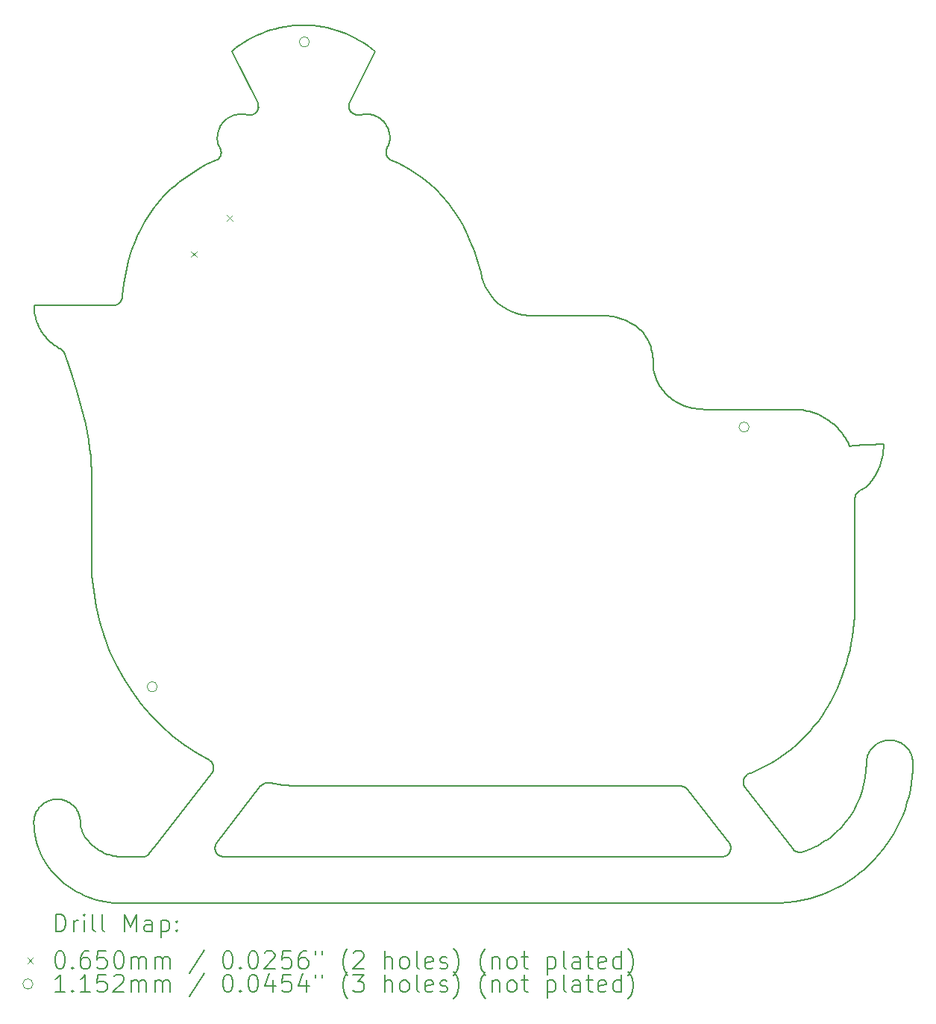
<source format=gbr>
%TF.GenerationSoftware,KiCad,Pcbnew,7.0.9*%
%TF.CreationDate,2023-12-10T17:03:03-06:00*%
%TF.ProjectId,Sleigh_Controller_Ornament_2023,536c6569-6768-45f4-936f-6e74726f6c6c,rev?*%
%TF.SameCoordinates,Original*%
%TF.FileFunction,Drillmap*%
%TF.FilePolarity,Positive*%
%FSLAX45Y45*%
G04 Gerber Fmt 4.5, Leading zero omitted, Abs format (unit mm)*
G04 Created by KiCad (PCBNEW 7.0.9) date 2023-12-10 17:03:03*
%MOMM*%
%LPD*%
G01*
G04 APERTURE LIST*
%ADD10C,0.199600*%
%ADD11C,0.200000*%
%ADD12C,0.100000*%
%ADD13C,0.115200*%
G04 APERTURE END LIST*
D10*
X10957205Y-13104798D02*
X11002388Y-13121044D01*
X19920029Y-8270340D02*
X19924501Y-8260597D01*
X19918140Y-11362752D02*
X19907400Y-11369637D01*
X18210855Y-12626740D02*
X18206942Y-12629522D01*
X17003017Y-6542418D02*
X16975514Y-6534303D01*
X19773617Y-8460259D02*
X19777044Y-8457799D01*
X19377967Y-13040190D02*
X19449766Y-13006046D01*
X12354298Y-11567104D02*
X12357629Y-11570819D01*
X12414167Y-12602567D02*
X12411572Y-12598518D01*
X13994625Y-4228590D02*
X13985369Y-4225658D01*
X13015685Y-11808689D02*
X13021367Y-11809150D01*
X14305779Y-4303279D02*
X14298007Y-4295558D01*
X10660748Y-6899244D02*
X10663567Y-6901484D01*
X12462886Y-4627922D02*
X12464086Y-4632716D01*
X12972526Y-11809853D02*
X12978118Y-11808832D01*
X19496285Y-7819813D02*
X19480054Y-7801149D01*
X14340963Y-4675420D02*
X14340041Y-4670673D01*
X18249165Y-12527919D02*
X18249797Y-12531605D01*
X10402236Y-12576528D02*
X10420549Y-12618329D01*
X17194725Y-6644488D02*
X17173847Y-6628189D01*
X17366961Y-6973020D02*
X17363174Y-6943574D01*
X10896481Y-12374872D02*
X10889364Y-12358047D01*
X12449331Y-4711993D02*
X12446498Y-4716001D01*
X10439359Y-6706982D02*
X10446543Y-6717206D01*
X13915183Y-4138580D02*
X13915048Y-4134963D01*
X18214625Y-12623777D02*
X18210855Y-12626740D01*
X18482343Y-11695815D02*
X18487346Y-11693880D01*
X12883144Y-4098149D02*
X12883148Y-4098155D01*
X12036137Y-4957607D02*
X11987990Y-4994524D01*
X20242365Y-11401955D02*
X20233165Y-11393192D01*
X15301444Y-5675900D02*
X15258336Y-5579130D01*
X14360039Y-4386167D02*
X14355543Y-4375878D01*
X10596935Y-6859518D02*
X10607587Y-6866401D01*
X12888731Y-4129061D02*
X12889174Y-4133252D01*
X18398638Y-11771588D02*
X18400106Y-11767050D01*
X19590347Y-7965658D02*
X19579127Y-7943319D01*
X12768413Y-4232678D02*
X12761501Y-4231623D01*
X10383530Y-6603488D02*
X10388715Y-6615749D01*
X20158207Y-11345231D02*
X20146191Y-11340490D01*
X17416579Y-7253972D02*
X17405986Y-7229049D01*
X17811193Y-7556569D02*
X17783461Y-7549906D01*
X10358166Y-6525191D02*
X10361661Y-6538797D01*
X19828704Y-7971768D02*
X19782857Y-7973650D01*
X10639775Y-6884642D02*
X10639793Y-6884662D01*
X19670988Y-8541737D02*
X19673962Y-8535602D01*
X14126543Y-3444413D02*
X14079579Y-3413004D01*
X15413447Y-6013042D02*
X15406947Y-5988956D01*
X19148692Y-13121163D02*
X19227373Y-13097892D01*
X19031990Y-12596923D02*
X19025432Y-12596466D01*
X12883148Y-4098155D02*
X12883152Y-4098164D01*
X17563488Y-7440859D02*
X17543043Y-7423665D01*
X10425421Y-6685625D02*
X10432295Y-6696427D01*
X17731300Y-11858132D02*
X17735884Y-11860672D01*
X14344966Y-4617311D02*
X14346828Y-4612574D01*
X18564869Y-11659853D02*
X18632504Y-11626615D01*
X12875002Y-4187797D02*
X12872409Y-4191292D01*
X17323159Y-6809835D02*
X17311190Y-6785839D01*
X19874223Y-8352056D02*
X19878329Y-8345749D01*
X14384591Y-4738434D02*
X14384561Y-4738436D01*
X19929224Y-11356378D02*
X19918140Y-11362752D01*
X12761501Y-4231623D02*
X12758078Y-4231032D01*
X20192427Y-11362753D02*
X20181342Y-11356379D01*
X19836328Y-8401483D02*
X19846603Y-8388558D01*
X14128470Y-4222715D02*
X14116956Y-4222397D01*
X10904611Y-12391631D02*
X10896481Y-12374872D01*
X20169930Y-11350532D02*
X20158207Y-11345231D01*
X10538426Y-12002142D02*
X10525880Y-12005716D01*
X12423388Y-4482209D02*
X12422913Y-4493482D01*
X18166345Y-12645417D02*
X18161351Y-12646052D01*
X18405806Y-11846311D02*
X18403619Y-11841868D01*
X20293851Y-11474326D02*
X20287996Y-11462922D01*
X19948305Y-8200644D02*
X19953419Y-8185362D01*
X12444932Y-4589797D02*
X12450566Y-4600405D01*
X19763883Y-11823932D02*
X19743355Y-11900639D01*
X18982086Y-12581444D02*
X18976532Y-12577643D01*
X14254785Y-4262122D02*
X14245349Y-4256533D01*
X12809042Y-4231168D02*
X12804614Y-4232207D01*
X10575659Y-6844641D02*
X10586289Y-6852255D01*
X19870043Y-8358281D02*
X19874223Y-8352056D01*
X12883129Y-4098128D02*
X12883131Y-4098132D01*
X15678288Y-6418053D02*
X15640877Y-6392331D01*
X19980670Y-12565698D02*
X20025796Y-12504610D01*
X19585972Y-10380225D02*
X19603770Y-10305617D01*
X20068877Y-11324766D02*
X20055278Y-11324421D01*
X10778380Y-7196796D02*
X10830295Y-7367628D01*
X12437209Y-12626740D02*
X12433440Y-12623777D01*
X10469059Y-6746417D02*
X10476855Y-6755664D01*
X19928832Y-8250773D02*
X19933019Y-8240872D01*
X11336814Y-6324725D02*
X11334689Y-6329413D01*
X12453238Y-4604797D02*
X12455661Y-4609279D01*
X19605677Y-12188362D02*
X19557842Y-12253457D01*
X14370948Y-4418431D02*
X14367753Y-4407453D01*
X12486830Y-4317448D02*
X12478820Y-4327510D01*
X19397300Y-10867081D02*
X19431024Y-10801739D01*
X11302902Y-6369390D02*
X11298835Y-6372500D01*
X12883193Y-4098251D02*
X12883194Y-4098254D01*
X17701902Y-11848277D02*
X17706972Y-11849271D01*
X18398478Y-11828152D02*
X18397233Y-11823479D01*
X19668427Y-8548099D02*
X19670988Y-8541737D01*
X19664608Y-8561424D02*
X19666295Y-8554668D01*
X19770158Y-8462634D02*
X19773617Y-8460259D01*
X11340391Y-6315087D02*
X11338717Y-6319946D01*
X12842486Y-4217331D02*
X12838569Y-4219572D01*
X10360774Y-12155587D02*
X10356033Y-12167603D01*
X11341257Y-13176003D02*
X18723759Y-13176003D01*
X11543468Y-5545716D02*
X11517535Y-5600363D01*
X14245349Y-4256533D02*
X14235676Y-4251332D01*
X12883118Y-4098103D02*
X12883123Y-4098114D01*
X18241263Y-12503966D02*
X18245327Y-12513672D01*
X10372321Y-12489934D02*
X10386136Y-12533712D01*
X12397639Y-12556975D02*
X12397253Y-12551907D01*
X10343015Y-12218263D02*
X10341331Y-12231493D01*
X12883190Y-4098238D02*
X12883191Y-4098241D01*
X10378602Y-6590999D02*
X10383530Y-6603488D01*
X18494192Y-11691470D02*
X18494729Y-11691378D01*
X19066368Y-12591386D02*
X19058666Y-12593634D01*
X10418748Y-6674579D02*
X10425421Y-6685625D01*
X10986123Y-8102536D02*
X10992706Y-8184791D01*
X19863498Y-8367591D02*
X19865787Y-8364422D01*
X14362038Y-4718580D02*
X14358986Y-4714743D01*
X19554399Y-7900074D02*
X19540927Y-7879204D01*
X13009857Y-11808164D02*
X13015685Y-11808689D01*
X19825716Y-8413880D02*
X19828435Y-8410879D01*
X12419912Y-12610250D02*
X12416950Y-12606480D01*
X12422913Y-4493482D02*
X12422983Y-4504572D01*
X19704984Y-8500644D02*
X19710678Y-8497027D01*
X17311190Y-6785839D02*
X17297982Y-6762779D01*
X18723759Y-13176003D02*
X18812759Y-13173714D01*
X10564234Y-11996848D02*
X10551217Y-11999181D01*
X12504186Y-4298640D02*
X12495292Y-4307821D01*
X14327142Y-4328340D02*
X14320358Y-4319679D01*
X13457948Y-3216389D02*
X13403695Y-3215037D01*
X19983258Y-8047212D02*
X19984677Y-8032201D01*
X18396361Y-11780831D02*
X18397389Y-11776185D01*
X10400023Y-6639994D02*
X10406039Y-6651762D01*
X13028125Y-3270380D02*
X12976019Y-3287553D01*
X18426578Y-11726785D02*
X18430378Y-11723459D01*
X19743355Y-11900639D02*
X19717175Y-11975847D01*
X14376202Y-4441891D02*
X14373687Y-4429619D01*
X19239890Y-7628685D02*
X19216624Y-7619141D01*
X10925427Y-7739709D02*
X10944900Y-7833618D01*
X12791183Y-4234337D02*
X12786682Y-4234709D01*
X19240329Y-11112244D02*
X19282856Y-11053503D01*
X12885601Y-4109431D02*
X12886956Y-4116819D01*
X18966130Y-12568826D02*
X18961327Y-12563817D01*
X12481719Y-12645417D02*
X12476805Y-12644539D01*
X11652708Y-12607976D02*
X11649010Y-12612467D01*
X12857096Y-4207017D02*
X12853617Y-4209792D01*
X20025796Y-12504610D02*
X20067938Y-12441614D01*
X15640877Y-6392331D02*
X15605652Y-6363841D01*
X11597658Y-12643706D02*
X11592351Y-12644853D01*
X11243445Y-12637054D02*
X11220151Y-12631874D01*
X12881706Y-4176662D02*
X12879658Y-4180479D01*
X11001077Y-9451605D02*
X11019106Y-9633498D01*
X17726607Y-11855846D02*
X17731300Y-11858132D01*
X15258336Y-5579130D02*
X15211070Y-5486251D01*
X14272900Y-4274426D02*
X14263972Y-4268089D01*
X18408146Y-11749656D02*
X18410692Y-11745540D01*
X12377781Y-11609292D02*
X12378912Y-11613963D01*
X12888836Y-4156103D02*
X12887849Y-4160402D01*
X12372840Y-11675646D02*
X12370744Y-11680152D01*
X11247092Y-6391715D02*
X11241947Y-6391866D01*
X19940634Y-11350532D02*
X19929224Y-11356378D01*
X12885202Y-4168725D02*
X12883556Y-4172743D01*
X19673962Y-8535602D02*
X19677333Y-8529713D01*
X12918343Y-11841570D02*
X12922446Y-11837168D01*
X17373099Y-7093497D02*
X17370807Y-7064342D01*
X14348934Y-4607892D02*
X14351284Y-4603273D01*
X13133892Y-3242981D02*
X13080776Y-3255522D01*
X12368784Y-11586947D02*
X12371026Y-11591252D01*
X19831104Y-8407803D02*
X19833732Y-8404666D01*
X12378912Y-11613963D02*
X12379818Y-11618680D01*
X11361126Y-6149249D02*
X11345197Y-6284735D01*
X12931261Y-11829260D02*
X12935945Y-11825758D01*
X15916162Y-6503094D02*
X15892681Y-6499699D01*
X11622979Y-12633689D02*
X11618119Y-12636258D01*
X14298007Y-4295558D02*
X14289929Y-4288170D01*
X11470800Y-5713532D02*
X11449999Y-5772033D01*
X20002005Y-11329802D02*
X19989211Y-11332758D01*
X13941102Y-4197852D02*
X13937893Y-4194438D01*
X12883139Y-4098141D02*
X12883142Y-4098144D01*
X18882729Y-11469741D02*
X18940140Y-11424839D01*
X18250652Y-12539110D02*
X18250868Y-12542922D01*
X14023225Y-4232945D02*
X14013627Y-4232260D01*
X14380866Y-4477187D02*
X14379797Y-4465668D01*
X12377713Y-11661745D02*
X12376323Y-11666434D01*
X16975514Y-6534303D02*
X16947345Y-6527245D01*
X19859445Y-11411144D02*
X19851120Y-11420744D01*
X19942851Y-8215832D02*
X19948305Y-8200644D01*
X17173847Y-6628189D02*
X17152016Y-6612886D01*
X10378296Y-12121367D02*
X10371922Y-12132452D01*
X17839441Y-7562068D02*
X17811193Y-7556569D01*
X10639869Y-6884729D02*
X10639932Y-6884781D01*
X20213551Y-11377017D02*
X20203169Y-11369638D01*
X12376426Y-11604677D02*
X12377781Y-11609292D01*
X11314239Y-6358967D02*
X11310611Y-6362615D01*
X12423049Y-12613871D02*
X12419912Y-12610250D01*
X18410692Y-11745540D02*
X18413451Y-11741534D01*
X10565050Y-6836708D02*
X10575659Y-6844641D01*
X12446498Y-4716001D02*
X12443457Y-4719877D01*
X14351284Y-4603273D02*
X14353881Y-4598727D01*
X19882363Y-8339366D02*
X19886327Y-8332911D01*
X15572770Y-6332741D02*
X15542386Y-6299185D01*
X20055278Y-11324421D02*
X20041679Y-11324766D01*
X18244885Y-12581084D02*
X18243098Y-12585616D01*
X14032789Y-4232827D02*
X14023225Y-4232945D01*
X15406947Y-5988956D02*
X15375637Y-5880873D01*
X11645108Y-12616687D02*
X11641014Y-12620637D01*
X18206942Y-12629522D02*
X18202893Y-12632118D01*
X19227373Y-13097892D02*
X19303817Y-13070853D01*
X12426353Y-12617337D02*
X12423049Y-12613871D01*
X12397123Y-12546772D02*
X12397196Y-12542922D01*
X18990470Y-7572496D02*
X18963800Y-7571998D01*
X10638299Y-12909665D02*
X10673369Y-12939886D01*
X15846678Y-6490152D02*
X15802081Y-6477058D01*
X12048414Y-11378303D02*
X12192028Y-11472633D01*
X14381523Y-4499516D02*
X14381443Y-4488467D01*
X12886636Y-4164610D02*
X12885202Y-4168725D01*
X13920878Y-4167016D02*
X13919335Y-4162635D01*
X14368750Y-4725836D02*
X14365293Y-4722281D01*
X17783461Y-7549906D02*
X17756285Y-7542097D01*
X13349661Y-11846399D02*
X13395956Y-11847077D01*
X10639760Y-6884602D02*
X10639762Y-6884608D01*
X12458559Y-4694836D02*
X12456572Y-4699276D01*
X12443457Y-4719877D02*
X12440211Y-4723612D01*
X11092078Y-12580876D02*
X11072918Y-12569487D01*
X20146191Y-11340490D02*
X20133899Y-11336327D01*
X18401792Y-11762580D02*
X18403695Y-11758185D01*
X11252189Y-6391268D02*
X11247092Y-6391715D01*
X12491781Y-12646437D02*
X12486713Y-12646052D01*
X10344058Y-6438315D02*
X10345530Y-6453364D01*
X19716640Y-8493812D02*
X19738867Y-8482827D01*
X14054976Y-4229253D02*
X14051836Y-4229795D01*
X18249797Y-12531605D02*
X18250294Y-12535336D01*
X17369259Y-7003349D02*
X17366961Y-6973020D01*
X18396222Y-11818770D02*
X18395442Y-11814033D01*
X10772746Y-12054315D02*
X10762745Y-12046449D01*
X18812759Y-13173714D02*
X18899809Y-13166943D01*
X10866100Y-12218259D02*
X10863769Y-12205236D01*
X19480054Y-7801149D02*
X19463177Y-7783080D01*
X10607587Y-6866401D02*
X10618240Y-6872870D01*
X19915416Y-8279994D02*
X19920029Y-8270340D01*
X14116956Y-4222397D02*
X14097822Y-4222197D01*
X12373047Y-11595648D02*
X12374848Y-11600126D01*
X19827967Y-12736087D02*
X19881699Y-12681580D01*
X11941550Y-5032864D02*
X11896818Y-5072618D01*
X12883179Y-4098216D02*
X12883184Y-4098225D01*
X19759633Y-8469401D02*
X19763162Y-8467190D01*
X19782832Y-7973651D02*
X19782810Y-7973651D01*
X15717730Y-6440853D02*
X15678288Y-6418053D01*
X12873754Y-3328850D02*
X12823753Y-3352973D01*
X18248913Y-12566884D02*
X18247799Y-12571712D01*
X19600781Y-7988452D02*
X19590347Y-7965658D01*
X18176087Y-12643424D02*
X18171259Y-12644539D01*
X12754693Y-4230367D02*
X12741426Y-4227378D01*
X18248399Y-12524279D02*
X18249165Y-12527919D01*
X10674100Y-6911288D02*
X10676499Y-6913999D01*
X19717175Y-11975847D02*
X19685438Y-12049145D01*
X10527428Y-6806770D02*
X10534140Y-6812473D01*
X12424395Y-4470726D02*
X12423388Y-4482209D01*
X19858766Y-8373706D02*
X19861154Y-8370680D01*
X17351277Y-6887356D02*
X17343238Y-6860600D01*
X10456656Y-12039074D02*
X10446283Y-12046463D01*
X14333574Y-4337295D02*
X14327142Y-4328340D01*
X11613145Y-12638545D02*
X11608067Y-12640550D01*
X17251285Y-6699288D02*
X17233480Y-6680045D01*
X14345333Y-4356053D02*
X14339641Y-4346536D01*
X19216624Y-7619141D02*
X19192938Y-7610422D01*
X12465884Y-4666727D02*
X12465219Y-4671541D01*
X19445671Y-7765625D02*
X19427555Y-7748800D01*
X12775338Y-4233713D02*
X12768413Y-4232678D01*
X14345046Y-4689309D02*
X14343467Y-4684747D01*
X18487346Y-11693880D02*
X18492299Y-11691878D01*
X19937062Y-8230903D02*
X19942851Y-8215832D01*
X13915111Y-4127987D02*
X13915295Y-4124658D01*
X10446543Y-6717206D02*
X10453894Y-6727187D01*
X18422985Y-11730264D02*
X18426578Y-11726785D01*
X12398273Y-12561969D02*
X12397639Y-12556975D01*
X11054450Y-12557395D02*
X11036700Y-12544646D01*
X10719132Y-12019930D02*
X10707411Y-12014621D01*
X19600889Y-7988443D02*
X19600781Y-7988452D01*
X10604482Y-11993790D02*
X10590883Y-11994136D01*
X10507532Y-6788452D02*
X10514120Y-6794767D01*
X20318632Y-11561919D02*
X20316945Y-11548691D01*
X19165491Y-12554882D02*
X19125031Y-12571429D01*
X11220151Y-12631874D02*
X11197371Y-12625668D01*
X10500990Y-6781918D02*
X10507532Y-6788452D01*
X12978118Y-11808832D02*
X12983758Y-11808131D01*
X18151147Y-12646567D02*
X12496916Y-12646567D01*
X19744058Y-8479591D02*
X19745743Y-8478401D01*
X15605652Y-6363841D02*
X15572770Y-6332741D01*
X12467241Y-12642080D02*
X12462604Y-12640511D01*
X12462604Y-12640511D02*
X12458073Y-12638724D01*
X12565475Y-4253600D02*
X12554418Y-4259850D01*
X17703752Y-7523126D02*
X17678473Y-7512005D01*
X20308077Y-11510336D02*
X20303908Y-11498050D01*
X14139875Y-4223523D02*
X14128470Y-4222715D01*
X19677333Y-8529713D02*
X19681085Y-8524089D01*
X10540886Y-6817989D02*
X10547664Y-6823325D01*
X19890222Y-8326388D02*
X19894050Y-8319802D01*
X19763162Y-8467190D02*
X19766672Y-8464940D01*
X12424820Y-4526303D02*
X12426614Y-4536997D01*
X12600301Y-4238085D02*
X12588436Y-4242705D01*
X19976660Y-11336327D02*
X19964369Y-11340489D01*
X12435678Y-4568706D02*
X12439974Y-4579239D01*
X13918755Y-4105750D02*
X13919473Y-4103858D01*
X10808645Y-12090225D02*
X10800320Y-12080615D01*
X10453894Y-6727187D02*
X10461402Y-6736924D01*
X11003453Y-12517361D02*
X10988017Y-12502921D01*
X20175888Y-12242611D02*
X20205521Y-12173415D01*
X10923820Y-12424753D02*
X10913731Y-12408275D01*
X19782768Y-7973651D02*
X19782745Y-7973650D01*
X15963982Y-6507027D02*
X15939935Y-6505543D01*
X19828978Y-11451845D02*
X19822597Y-11462922D01*
X19749108Y-8476005D02*
X19750808Y-8474850D01*
X12513491Y-4289917D02*
X12504186Y-4298640D01*
X19567139Y-7921451D02*
X19554399Y-7900074D01*
X12883208Y-4098278D02*
X12883216Y-4098290D01*
X12823753Y-3352973D02*
X12774612Y-3379413D01*
X13915295Y-4124658D02*
X13915571Y-4121456D01*
X12429013Y-4547612D02*
X12432029Y-4558173D01*
X14364113Y-4396695D02*
X14360039Y-4386167D01*
X11600465Y-5440344D02*
X11571112Y-5492373D01*
X11290919Y-13174827D02*
X11341257Y-13176003D01*
X18394972Y-11790240D02*
X18395555Y-11785519D01*
X14356140Y-4710777D02*
X14353500Y-4706690D01*
X19712302Y-12837519D02*
X19771483Y-12788114D01*
X10354986Y-6511365D02*
X10358166Y-6525191D01*
X18823247Y-11512430D02*
X18882729Y-11469741D01*
X18241099Y-12590036D02*
X18238895Y-12594339D01*
X10361645Y-6391869D02*
X10341738Y-6391869D01*
X19282856Y-11053503D02*
X19323202Y-10993022D01*
X19868214Y-11401954D02*
X19859445Y-11411144D01*
X10489870Y-12019943D02*
X10478466Y-12025797D01*
X12883196Y-4098257D02*
X12883199Y-4098262D01*
X12714928Y-4223490D02*
X12701738Y-4222567D01*
X17735884Y-11860672D02*
X17740349Y-11863464D01*
X10747969Y-12995602D02*
X10787358Y-13020989D01*
X19752534Y-8473757D02*
X19759633Y-8469401D01*
X11262207Y-6389522D02*
X11257230Y-6390534D01*
X19603770Y-10305617D02*
X19619240Y-10229922D01*
X19782657Y-7973650D02*
X19737209Y-7976178D01*
X14374291Y-4551521D02*
X14376772Y-4541531D01*
X19790949Y-11575341D02*
X19790604Y-11588940D01*
X19828435Y-8410879D02*
X19831104Y-8407803D01*
X19018919Y-12595582D02*
X19012476Y-12594272D01*
X11343020Y-6305162D02*
X11341828Y-6310156D01*
X11631527Y-5389639D02*
X11600465Y-5440344D01*
X12397771Y-12535336D02*
X12398267Y-12531605D01*
X11298835Y-6372500D02*
X11294637Y-6375412D01*
X11586993Y-12645711D02*
X11581596Y-12646279D01*
X13959460Y-4212806D02*
X13951690Y-4207260D01*
X17716941Y-11852042D02*
X17721817Y-11853815D01*
X19782691Y-7973649D02*
X19782657Y-7973650D01*
X19958188Y-8170007D02*
X19962605Y-8154601D01*
X11332350Y-6334003D02*
X11329804Y-6338485D01*
X10360860Y-12445249D02*
X10372321Y-12489934D01*
X14384561Y-4738436D02*
X14380314Y-4735546D01*
X12883203Y-4098269D02*
X12883208Y-4098278D01*
X10345281Y-12353372D02*
X10351823Y-12399710D01*
X18394571Y-11804512D02*
X18394479Y-11799745D01*
X10639704Y-6884561D02*
X10639733Y-6884580D01*
X11734971Y-5245570D02*
X11698781Y-5292242D01*
X19651537Y-9996916D02*
X19657554Y-9917471D01*
X18202893Y-12632118D02*
X18198714Y-12634521D01*
X12397253Y-12551907D02*
X12397123Y-12546772D01*
X13211758Y-11836885D02*
X13257564Y-11841222D01*
X19962605Y-8154601D02*
X19966667Y-8139168D01*
X12860446Y-4204114D02*
X12857096Y-4207017D01*
X12461884Y-4685709D02*
X12460330Y-4690310D01*
X12430457Y-4434753D02*
X12427944Y-4447024D01*
X19894050Y-8319802D02*
X19897813Y-8313158D01*
X11317705Y-6355158D02*
X11314239Y-6358967D01*
X10345530Y-6453364D02*
X10347369Y-6468194D01*
X12950927Y-11817082D02*
X12956182Y-11814806D01*
X12786682Y-4234709D02*
X12782182Y-4234907D01*
X10467389Y-12032180D02*
X10456656Y-12039074D01*
X10869965Y-13066550D02*
X10913041Y-13086615D01*
X20015025Y-11327473D02*
X20002005Y-11329802D01*
X19601169Y-7988426D02*
X19600989Y-7988436D01*
X18394479Y-11799745D02*
X18394612Y-11794985D01*
X10869736Y-12274686D02*
X10869156Y-12258515D01*
X12363032Y-11693160D02*
X12359983Y-11697297D01*
X13566110Y-3226033D02*
X13512113Y-3220054D01*
X12461446Y-4623173D02*
X12462886Y-4627922D01*
X10351823Y-12399710D02*
X10360860Y-12445249D01*
X12404012Y-12510249D02*
X12412980Y-12494260D01*
X12466530Y-4657021D02*
X12466321Y-4661884D01*
X12445171Y-12632118D02*
X12441122Y-12629522D01*
X12884301Y-4103122D02*
X12885601Y-4109431D01*
X11987990Y-4994524D02*
X11941550Y-5032864D01*
X19738867Y-8482827D02*
X19739754Y-8482341D01*
X11111905Y-12591517D02*
X11092078Y-12580876D01*
X12399666Y-12524279D02*
X12400563Y-12520690D01*
X14087798Y-4223177D02*
X14082798Y-4223869D01*
X20287996Y-11462922D02*
X20281614Y-11451845D01*
X10646020Y-6888827D02*
X10651998Y-6892876D01*
X12471977Y-12643424D02*
X12467241Y-12642080D01*
X18156283Y-12646437D02*
X18151147Y-12646567D01*
X20108552Y-11329802D02*
X20095531Y-11327473D01*
X10392561Y-12100244D02*
X10385181Y-12110625D01*
X11141608Y-10154142D02*
X11204158Y-10317743D01*
X14067889Y-4226542D02*
X14058059Y-4228647D01*
X11241947Y-6391866D02*
X10996745Y-6392241D01*
X11143339Y-13157624D02*
X11191889Y-13165584D01*
X17370033Y-7034553D02*
X17369259Y-7003349D01*
X13915825Y-4145998D02*
X13915440Y-4142264D01*
X19025432Y-12596466D02*
X19018919Y-12595582D01*
X12853617Y-4209792D02*
X12850018Y-4212439D01*
X18940140Y-11424839D02*
X18995464Y-11377781D01*
X17764004Y-11885448D02*
X18241263Y-12503966D01*
X19742357Y-8480742D02*
X19744058Y-8479591D01*
X13075280Y-11817862D02*
X13120618Y-11825124D01*
X19986520Y-7969221D02*
X19967592Y-7969221D01*
X12380946Y-11642648D02*
X12380485Y-11647456D01*
X12380485Y-11647456D02*
X12379793Y-11652247D01*
X19303817Y-13070853D02*
X19377967Y-13040190D01*
X10867787Y-12231490D02*
X10866100Y-12218259D01*
X15103616Y-5312404D02*
X15043203Y-5231555D01*
X13919473Y-4103858D02*
X14217056Y-3514161D01*
X19681085Y-8524089D02*
X19685200Y-8518751D01*
X10534140Y-6812473D02*
X10540886Y-6817989D01*
X17584835Y-7457092D02*
X17563488Y-7440859D01*
X12883136Y-4098138D02*
X12883139Y-4098141D01*
X12464330Y-4676315D02*
X12463217Y-4681040D01*
X19807413Y-8431547D02*
X19813628Y-8425876D01*
X19601482Y-7988401D02*
X19601406Y-7988409D01*
X10657759Y-11999173D02*
X10644738Y-11996842D01*
X10551217Y-11999181D02*
X10538426Y-12002142D01*
X10707411Y-12014621D02*
X10695397Y-12009875D01*
X12523187Y-4281664D02*
X12513491Y-4289917D01*
X12411572Y-12598518D02*
X12409169Y-12594339D01*
X12476805Y-12644539D02*
X12471977Y-12643424D01*
X11576174Y-12646554D02*
X11341258Y-12646604D01*
X13915026Y-4131427D02*
X13915111Y-4127987D01*
X14353500Y-4706690D02*
X14351070Y-4702492D01*
X17152016Y-6612886D02*
X17129268Y-6598587D01*
X14151158Y-4224812D02*
X14139875Y-4223523D01*
X12465219Y-4671541D02*
X12464330Y-4676315D01*
X17441473Y-7301466D02*
X17428421Y-7278117D01*
X12486713Y-12646052D02*
X12481719Y-12645417D01*
X18413806Y-11859130D02*
X18410899Y-11854950D01*
X19511852Y-7839056D02*
X19496285Y-7819813D01*
X13619862Y-3234325D02*
X13566110Y-3226033D01*
X12869649Y-4194674D02*
X12866730Y-4197940D01*
X10628885Y-6878896D02*
X10639516Y-6884446D01*
X14313233Y-4311322D02*
X14305779Y-4303279D01*
X18761707Y-11552845D02*
X18823247Y-11512430D01*
X12478820Y-4327510D02*
X12471282Y-4337993D01*
X19315705Y-12474133D02*
X19279920Y-12496401D01*
X19694461Y-8509010D02*
X19699572Y-8504645D01*
X14225778Y-4246529D02*
X14215667Y-4242132D01*
X19099802Y-11277437D02*
X19148789Y-11224270D01*
X19262720Y-7639037D02*
X19239890Y-7628685D01*
X12830471Y-4223630D02*
X12826306Y-4225441D01*
X17370807Y-7064342D02*
X17370033Y-7034553D01*
X14072840Y-4225569D02*
X14067889Y-4226542D01*
X19048689Y-11328627D02*
X19099802Y-11277437D01*
X13937893Y-4194438D02*
X13934861Y-4190892D01*
X13673290Y-3244930D02*
X13619862Y-3234325D01*
X12245796Y-4824373D02*
X12190821Y-4855497D01*
X14380172Y-4520947D02*
X14381101Y-4510341D01*
X19933019Y-8240872D02*
X19937062Y-8230903D01*
X11334689Y-6329413D02*
X11332350Y-6334003D01*
X19094357Y-7584151D02*
X19068839Y-7579823D01*
X14380314Y-4735546D02*
X14376262Y-4732477D01*
X17543043Y-7423665D02*
X17523539Y-7405531D01*
X12883164Y-4098190D02*
X12883173Y-4098204D01*
X15802081Y-6477058D02*
X15759046Y-6460573D01*
X10883281Y-12341206D02*
X10878255Y-12324400D01*
X13120618Y-11825124D02*
X13166109Y-11831492D01*
X18403619Y-11841868D02*
X18401669Y-11837355D01*
X17740349Y-11863464D02*
X17744683Y-11866508D01*
X12371026Y-11591252D02*
X12373047Y-11595648D01*
X19766672Y-8464940D02*
X19770158Y-8462634D01*
X11517535Y-5600363D02*
X11493313Y-5656305D01*
X12588217Y-3508350D02*
X12883113Y-4098090D01*
X12457704Y-4360176D02*
X12451704Y-4371852D01*
X10988017Y-12502921D02*
X10973417Y-12488017D01*
X18246454Y-12576447D02*
X18244885Y-12581084D01*
X10639660Y-6884533D02*
X10639704Y-6884561D01*
X19125031Y-12571429D02*
X19083432Y-12586417D01*
X11321002Y-6351196D02*
X11317705Y-6355158D01*
X11344643Y-6295020D02*
X11343961Y-6300114D01*
X18963800Y-7571998D02*
X17956833Y-7571998D01*
X17283572Y-6740662D02*
X17267994Y-6719496D01*
X10513594Y-12009885D02*
X10501585Y-12014633D01*
X10889364Y-12358047D02*
X10883281Y-12341206D01*
X11316160Y-12645984D02*
X11291475Y-12644155D01*
X20223555Y-11384874D02*
X20213551Y-11377017D01*
X20303473Y-11812411D02*
X20312618Y-11738207D01*
X18492299Y-11691878D02*
X18492606Y-11691804D01*
X13951690Y-4207260D02*
X13944477Y-4201129D01*
X17696790Y-11847545D02*
X17701902Y-11848277D01*
X12728165Y-4225089D02*
X12714928Y-4223490D01*
X18899809Y-13166943D02*
X18984853Y-13155832D01*
X14339342Y-4665880D02*
X14338867Y-4661050D01*
X20082300Y-11325789D02*
X20068877Y-11324766D01*
X11281331Y-6382876D02*
X11276683Y-6384910D01*
X19710678Y-8497027D02*
X19716640Y-8493812D01*
X18413451Y-11741534D02*
X18416419Y-11737647D01*
X18249791Y-12561969D02*
X18248913Y-12566884D01*
X18250941Y-12546772D02*
X18250811Y-12551907D01*
X19813628Y-8425876D02*
X19816705Y-8422985D01*
X12886956Y-4116819D02*
X12888201Y-4124892D01*
X14378240Y-4453905D02*
X14376202Y-4441891D01*
X14339243Y-4641532D02*
X14339915Y-4636645D01*
X12397196Y-12542922D02*
X12397413Y-12539110D01*
X14754352Y-4950050D02*
X14669778Y-4890445D01*
X11095525Y-13147512D02*
X11143339Y-13157624D01*
X19790604Y-11588940D02*
X19787603Y-11667670D01*
X10869156Y-12258515D02*
X10868811Y-12244915D01*
X10657873Y-6897069D02*
X10660748Y-6899244D01*
X19989211Y-11332758D02*
X19976660Y-11336327D01*
X10406039Y-6651762D02*
X10412284Y-6663291D01*
X15892681Y-6499699D02*
X15846678Y-6490152D01*
X20319657Y-11575341D02*
X20318632Y-11561919D01*
X17396680Y-7203370D02*
X17388700Y-7176954D01*
X12883113Y-4098090D02*
X12883118Y-4098103D01*
X16828709Y-6509738D02*
X16797739Y-6508081D01*
X13916370Y-4115493D02*
X13916879Y-4112761D01*
X13926911Y-4179491D02*
X13924675Y-4175447D01*
X13967712Y-4217740D02*
X13959460Y-4212806D01*
X14235676Y-4251332D02*
X14225778Y-4246529D01*
X19619240Y-10229922D02*
X19632366Y-10153201D01*
X10752366Y-12039060D02*
X10741626Y-12032166D01*
X12465769Y-4642398D02*
X12466256Y-4647269D01*
X14342106Y-4680114D02*
X14340963Y-4675420D01*
X11853794Y-5113775D02*
X11812478Y-5156326D01*
X15428772Y-6078151D02*
X15423907Y-6056356D01*
X18395555Y-11785519D02*
X18396361Y-11780831D01*
X12378870Y-11657013D02*
X12377713Y-11661745D01*
X12426614Y-4536997D02*
X12429013Y-4547612D01*
X18400106Y-11767050D02*
X18401792Y-11762580D01*
X13241205Y-3224844D02*
X13187394Y-3232755D01*
X10547664Y-6823325D02*
X10554471Y-6828488D01*
X12926757Y-11833064D02*
X12931261Y-11829260D01*
X19075181Y-12588837D02*
X19066368Y-12591386D01*
X19504833Y-12314993D02*
X19446743Y-12372559D01*
X12374699Y-11671071D02*
X12372840Y-11675646D01*
X12637184Y-4227676D02*
X12624695Y-4230558D01*
X19518736Y-10596938D02*
X19543441Y-10525945D01*
X14340822Y-4631770D02*
X14341965Y-4626918D01*
X10666322Y-6903799D02*
X10669002Y-6906198D01*
X13916879Y-4112761D02*
X13917451Y-4110217D01*
X10639516Y-6884446D02*
X10639660Y-6884533D01*
X19851463Y-8382597D02*
X19856346Y-8376688D01*
X19006124Y-12592540D02*
X18999886Y-12590388D01*
X11285878Y-6380609D02*
X11281331Y-6382876D01*
X14373687Y-4429619D02*
X14370948Y-4418431D01*
X14367744Y-4570934D02*
X14371284Y-4561320D01*
X12956182Y-11814806D02*
X12961543Y-11812841D01*
X15514657Y-6263331D02*
X15489738Y-6225334D01*
X14338596Y-4651315D02*
X14338804Y-4646425D01*
X10639751Y-6884593D02*
X10639760Y-6884602D01*
X17748875Y-11869802D02*
X17752914Y-11873344D01*
X20107039Y-12376854D02*
X20143042Y-12310472D01*
X10484782Y-6764664D02*
X10492830Y-6773416D01*
X10476855Y-6755664D02*
X10484782Y-6764664D01*
X12774612Y-3379413D02*
X12726409Y-3408171D01*
X18956821Y-12558411D02*
X18413806Y-11859130D01*
X19168851Y-7602546D02*
X19144380Y-7595530D01*
X10348302Y-12192447D02*
X10345345Y-12205242D01*
X19323202Y-10993022D02*
X19361355Y-10930862D01*
X19921018Y-7969516D02*
X19874740Y-7970378D01*
X17926902Y-7571366D02*
X17897335Y-7569486D01*
X14082798Y-4223869D02*
X14077811Y-4224672D01*
X10341304Y-12306289D02*
X10345281Y-12353372D01*
X12456572Y-4699276D02*
X12454370Y-4703622D01*
X10441005Y-12659059D02*
X10463534Y-12698666D01*
X10352107Y-6497196D02*
X10354986Y-6511365D01*
X19952355Y-11345230D02*
X19940634Y-11350532D01*
X19632366Y-10153201D02*
X19643136Y-10075513D01*
X12813433Y-4229969D02*
X12809042Y-4231168D01*
X14045454Y-4230767D02*
X14039058Y-4231724D01*
X18250426Y-12556975D02*
X18249791Y-12561969D01*
X11048517Y-13135300D02*
X11095525Y-13147512D01*
X15043203Y-5231555D02*
X14978182Y-5154835D01*
X15423907Y-6056356D02*
X15418802Y-6034654D01*
X18961327Y-12563817D02*
X18956821Y-12558411D01*
X18250811Y-12551907D02*
X18250426Y-12556975D01*
X10420549Y-12618329D02*
X10441005Y-12659059D01*
X19986520Y-7988148D02*
X19986520Y-7969221D01*
X14381101Y-4510341D02*
X14381523Y-4499516D01*
X18403695Y-11758185D02*
X18405813Y-11753874D01*
X19856346Y-8376688D02*
X19858766Y-8373706D01*
X20095531Y-11327473D02*
X20082300Y-11325789D01*
X17471054Y-7345688D02*
X17455697Y-7323996D01*
X13403693Y-3215002D02*
X13349433Y-3215968D01*
X14077811Y-4224672D02*
X14072840Y-4225569D01*
X19389558Y-7717115D02*
X19369713Y-7702289D01*
X10417498Y-12071429D02*
X10408736Y-12080629D01*
X13915440Y-4142264D02*
X13915183Y-4138580D01*
X10676499Y-6913999D02*
X10678785Y-6916832D01*
X20254917Y-12031589D02*
X20274565Y-11959246D01*
X17055876Y-6561790D02*
X17029816Y-6551583D01*
X13932014Y-4187217D02*
X13929361Y-4183415D01*
X16947345Y-6527245D02*
X16918544Y-6521252D01*
X10728132Y-7046065D02*
X10778380Y-7196796D01*
X12633132Y-3472639D02*
X12588217Y-3508350D01*
X19144380Y-7595530D02*
X19119543Y-7589393D01*
X13403695Y-3215037D02*
X13403693Y-3215002D01*
X12463217Y-4681040D02*
X12461884Y-4685709D01*
X14355543Y-4375878D02*
X14350638Y-4365837D01*
X19795991Y-11535673D02*
X19793660Y-11548691D01*
X10874307Y-12307678D02*
X10871460Y-12291090D01*
X14004070Y-4230799D02*
X13994625Y-4228590D01*
X12363642Y-11578647D02*
X12366322Y-11582743D01*
X12085991Y-4922124D02*
X12036137Y-4957607D01*
X18394892Y-11809278D02*
X18394571Y-11804512D01*
X11271941Y-6386701D02*
X11267114Y-6388242D01*
X10345345Y-12205242D02*
X10343015Y-12218263D01*
X12624695Y-4230558D02*
X12612394Y-4234032D01*
X19601406Y-7988409D02*
X19601330Y-7988415D01*
X10639762Y-6884608D02*
X10639762Y-6884613D01*
X12778775Y-4234278D02*
X12775338Y-4233713D01*
X10816508Y-12100230D02*
X10808645Y-12090225D01*
X12458073Y-12638724D02*
X12453652Y-12636725D01*
X13005406Y-11807933D02*
X13007909Y-11808029D01*
X10386136Y-12533712D02*
X10402236Y-12576528D01*
X10369559Y-6565345D02*
X10373942Y-6578284D01*
X12889713Y-4141505D02*
X12889768Y-4145467D01*
X14338867Y-4661050D02*
X14338618Y-4656193D01*
X10631507Y-11995157D02*
X10618083Y-11994134D01*
X14039058Y-4231724D02*
X14035898Y-4232247D01*
X19976661Y-8092919D02*
X19979245Y-8077594D01*
X18405813Y-11753874D02*
X18408146Y-11749656D01*
X10542854Y-12810198D02*
X10572971Y-12844767D01*
X14051836Y-4229795D02*
X14045454Y-4230767D01*
X12817779Y-4228613D02*
X12813433Y-4229969D01*
X13349433Y-3215968D02*
X13295244Y-3219249D01*
X18999886Y-12590388D02*
X18993786Y-12587820D01*
X19662384Y-9756272D02*
X19662384Y-8582621D01*
X17081162Y-6573032D02*
X17055876Y-6561790D01*
X12889174Y-4133252D02*
X12889508Y-4137417D01*
X19349327Y-7688165D02*
X19328417Y-7674760D01*
X10572971Y-12844767D02*
X10604810Y-12877940D01*
X11784614Y-11161266D02*
X11912500Y-11274354D01*
X12433110Y-4730625D02*
X12429259Y-4733883D01*
X12872409Y-4191292D02*
X12869649Y-4194674D01*
X14263972Y-4268089D02*
X14254785Y-4262122D01*
X13976373Y-4222033D02*
X13967712Y-4217740D01*
X19661174Y-9837236D02*
X19662384Y-9756272D01*
X12357629Y-11570819D02*
X12360744Y-11574670D01*
X19790926Y-8446469D02*
X19796049Y-8441851D01*
X11290316Y-6378118D02*
X11285878Y-6380609D01*
X10426688Y-12062657D02*
X10417498Y-12071429D01*
X10880453Y-7551090D02*
X10925427Y-7739709D01*
X17760490Y-11881169D02*
X17764004Y-11885448D01*
X19886327Y-8332911D02*
X19890222Y-8326388D01*
X11343961Y-6300114D02*
X11343020Y-6305162D01*
X19737209Y-7976178D02*
X19691878Y-7979514D01*
X19646643Y-7983605D02*
X19601482Y-7988401D01*
X12403180Y-12581084D02*
X12401611Y-12576447D01*
X14338804Y-4646425D02*
X14339243Y-4641532D01*
X19751667Y-8474294D02*
X19752534Y-8473757D01*
X19900754Y-8308365D02*
X19905777Y-8299013D01*
X10961792Y-7926015D02*
X10975676Y-8015966D01*
X19043006Y-7576426D02*
X19016878Y-7573978D01*
X19833732Y-8404666D02*
X19836328Y-8401483D01*
X11345057Y-6289891D02*
X11344643Y-6295020D01*
X19910665Y-8289554D02*
X19915416Y-8279994D01*
X12533253Y-4273894D02*
X12523187Y-4281664D01*
X12966996Y-11811189D02*
X12972526Y-11809853D01*
X14580035Y-4835267D02*
X14485010Y-4784577D01*
X15939935Y-6505543D02*
X15916162Y-6503094D01*
X10400418Y-12090239D02*
X10392561Y-12100244D01*
X19878329Y-8345749D02*
X19882363Y-8339366D01*
X12883152Y-4098164D02*
X12883157Y-4098175D01*
X20311651Y-11522883D02*
X20308077Y-11510336D01*
X14365293Y-4722281D02*
X14362038Y-4718580D01*
X20267331Y-11430740D02*
X20259464Y-11420745D01*
X10800320Y-12080615D02*
X10791551Y-12071415D01*
X10639824Y-6884690D02*
X10639869Y-6884729D01*
X11341828Y-6310156D02*
X11340391Y-6315087D01*
X13915932Y-4118396D02*
X13916370Y-4115493D01*
X19383669Y-12425743D02*
X19350292Y-12450563D01*
X18397389Y-11776185D02*
X18398638Y-11771588D01*
X12834562Y-4221673D02*
X12830471Y-4223630D01*
X12887849Y-4160402D02*
X12886636Y-4164610D01*
X11257230Y-6390534D02*
X11252189Y-6391268D01*
X20205521Y-12173415D02*
X20231883Y-12103027D01*
X12782182Y-4234907D02*
X12778775Y-4234278D01*
X20121347Y-11332759D02*
X20108552Y-11329802D01*
X10342962Y-6423049D02*
X10344058Y-6438315D01*
X12376323Y-11666434D02*
X12374699Y-11671071D01*
X10975676Y-8015966D02*
X10986123Y-8102536D01*
X10478466Y-12025797D02*
X10467389Y-12032180D01*
X19791973Y-11561919D02*
X19790949Y-11575341D01*
X12675576Y-4222702D02*
X12662645Y-4223736D01*
X11641014Y-12620637D02*
X11636742Y-12624313D01*
X12822072Y-4227103D02*
X12817779Y-4228613D01*
X11132373Y-12601362D02*
X11111905Y-12591517D01*
X10341331Y-12231493D02*
X10340308Y-12244916D01*
X19985698Y-8017338D02*
X19986314Y-8002646D01*
X19783106Y-8453133D02*
X19785740Y-8450961D01*
X13257564Y-11841222D02*
X13303532Y-11844420D01*
X13187394Y-3232755D02*
X13133892Y-3242981D01*
X12425209Y-4736965D02*
X12420963Y-4739859D01*
X16889147Y-6516331D02*
X16859191Y-6512491D01*
X14371284Y-4561320D02*
X14374291Y-4551521D01*
X17678473Y-7512005D02*
X17653903Y-7499820D01*
X17691647Y-11847077D02*
X17696790Y-11847545D01*
X17214615Y-6661776D02*
X17194725Y-6644488D01*
X17756789Y-11877134D02*
X17760490Y-11881169D01*
X12398267Y-12531605D02*
X12398900Y-12527919D01*
X12439974Y-4579239D02*
X12444932Y-4589797D01*
X10673369Y-12939886D02*
X10709949Y-12968550D01*
X12466321Y-4661884D02*
X12465884Y-4666727D01*
X16797739Y-6508081D02*
X16766316Y-6507527D01*
X18434383Y-11720295D02*
X18434383Y-11720243D01*
X14320358Y-4319679D02*
X14313233Y-4311322D01*
X17382084Y-7149824D02*
X17376871Y-7121997D01*
X19811437Y-11486041D02*
X19806692Y-11498050D01*
X17607046Y-7472343D02*
X17584835Y-7457092D01*
X11153457Y-12610366D02*
X11132373Y-12601362D01*
X11359873Y-10627141D02*
X11452384Y-10771977D01*
X19601330Y-7988415D02*
X19601169Y-7988426D01*
X11291475Y-12644155D02*
X11267228Y-12641163D01*
X12883184Y-4098225D02*
X12883188Y-4098232D01*
X11345197Y-6284735D02*
X11345057Y-6289891D01*
X10741626Y-12032166D02*
X10730543Y-12025784D01*
X12368412Y-11684579D02*
X12365841Y-11688918D01*
X12401588Y-12517154D02*
X12402738Y-12513672D01*
X10787358Y-13020989D02*
X10828047Y-13044656D01*
X12883131Y-4098132D02*
X12883133Y-4098134D01*
X18493574Y-11691591D02*
X18494192Y-11691470D01*
X12576821Y-4247881D02*
X12565475Y-4253600D01*
X11276683Y-6384910D02*
X11271941Y-6386701D01*
X12804614Y-4232207D02*
X12800157Y-4233084D01*
X12380952Y-11628218D02*
X12381179Y-11633020D01*
X13982630Y-3357118D02*
X13932803Y-3332641D01*
X12612394Y-4234032D02*
X12600301Y-4238085D01*
X20251137Y-11411144D02*
X20242365Y-11401955D01*
X15418802Y-6034654D02*
X15413447Y-6013042D01*
X10791551Y-12071415D02*
X10782354Y-12062643D01*
X14363667Y-4580368D02*
X14367744Y-4570934D01*
X11413529Y-5892819D02*
X11383904Y-6018584D01*
X12989432Y-11807750D02*
X12995124Y-11807691D01*
X12471282Y-4337993D02*
X12464236Y-4348886D01*
X12190821Y-4855497D02*
X12137553Y-4888084D01*
X10501585Y-12014633D02*
X10489870Y-12019943D01*
X18430378Y-11723459D02*
X18434383Y-11720295D01*
X18161351Y-12646052D02*
X18156283Y-12646437D01*
X12192028Y-11472633D02*
X12343016Y-11556864D01*
X11812478Y-5156326D02*
X11772870Y-5200261D01*
X14289929Y-4288170D02*
X14281556Y-4281122D01*
X19068839Y-7579823D02*
X19043006Y-7576426D01*
X19887019Y-11384874D02*
X19877412Y-11393192D01*
X14381443Y-4488467D02*
X14380866Y-4477187D01*
X15988283Y-6507527D02*
X15963982Y-6507027D01*
X14079579Y-3413004D02*
X14031582Y-3383906D01*
X19662384Y-8582621D02*
X19662637Y-8575420D01*
X10639793Y-6884662D02*
X10639824Y-6884690D01*
X19986314Y-8002646D02*
X19986520Y-7988148D01*
X14281556Y-4281122D02*
X14272900Y-4274426D01*
X20290769Y-11886139D02*
X20303473Y-11812411D01*
X19778664Y-11746138D02*
X19763883Y-11823932D01*
X19600989Y-7988436D02*
X19600889Y-7988443D01*
X17129268Y-6598587D02*
X17105638Y-6585300D01*
X18243098Y-12585616D02*
X18241099Y-12590036D01*
X12883199Y-4098262D02*
X12883203Y-4098269D01*
X15542386Y-6299185D02*
X15514657Y-6263331D01*
X12883173Y-4098204D02*
X12883179Y-4098216D01*
X12741426Y-4227378D02*
X12728165Y-4225089D01*
X18247799Y-12571712D02*
X18246454Y-12576447D01*
X12343016Y-11556864D02*
X12346990Y-11560118D01*
X12460330Y-4690310D02*
X12458559Y-4694836D01*
X10730543Y-12025784D02*
X10719132Y-12019930D01*
X10695397Y-12009875D02*
X10683106Y-12005706D01*
X19691878Y-7979514D02*
X19646643Y-7983605D01*
X10682977Y-6922906D02*
X10728132Y-7046065D01*
X11571112Y-5492373D02*
X11543468Y-5545716D01*
X12983758Y-11808131D02*
X12989432Y-11807750D01*
X12922446Y-11837168D02*
X12926757Y-11833064D01*
X12416950Y-12606480D02*
X12414167Y-12602567D01*
X10339963Y-12258515D02*
X10341304Y-12306289D01*
X10853070Y-12167594D02*
X10848324Y-12155577D01*
X11204158Y-10317743D02*
X11277022Y-10475569D01*
X19586081Y-12927886D02*
X19650482Y-12884157D01*
X11383904Y-6018584D02*
X11361126Y-6149249D01*
X12440211Y-4723612D02*
X12436761Y-4727198D01*
X12374848Y-11600126D02*
X12376426Y-11604677D01*
X10408736Y-12080629D02*
X10400418Y-12090239D01*
X18971206Y-12573436D02*
X18966130Y-12568826D01*
X19966667Y-8139168D02*
X19970367Y-8123728D01*
X19643136Y-10075513D02*
X19651537Y-9996916D01*
X15159535Y-5397322D02*
X15103616Y-5312404D01*
X18993786Y-12587820D02*
X18987844Y-12584837D01*
X11608067Y-12640550D02*
X11602901Y-12642271D01*
X12883191Y-4098241D02*
X12883192Y-4098244D01*
X19462514Y-10734895D02*
X19491756Y-10666608D01*
X11048756Y-9811539D02*
X11089699Y-9985247D01*
X17333853Y-6834758D02*
X17323159Y-6809835D01*
X11493313Y-5656305D02*
X11470800Y-5713532D01*
X13915048Y-4134963D02*
X13915026Y-4131427D01*
X18494729Y-11691378D02*
X18495230Y-11690578D01*
X18180823Y-12642080D02*
X18176087Y-12643424D01*
X19519157Y-12968564D02*
X19586081Y-12927886D01*
X13030095Y-11809789D02*
X13075280Y-11817862D01*
X19924501Y-8260597D02*
X19928832Y-8250773D01*
X12995129Y-11807668D02*
X12995129Y-11807719D01*
X11306830Y-6366092D02*
X11302902Y-6369390D01*
X19861154Y-8370680D02*
X19863498Y-8367591D01*
X19526739Y-7858858D02*
X19511852Y-7839056D01*
X18397233Y-11823479D02*
X18396222Y-11818770D01*
X18231115Y-12606480D02*
X18228152Y-12610250D01*
X20041679Y-11324766D02*
X20028255Y-11325788D01*
X14376772Y-4541531D02*
X14378730Y-4531341D01*
X19897021Y-11377016D02*
X19887019Y-11384874D01*
X18189991Y-12638724D02*
X18185460Y-12640511D01*
X12888201Y-4124892D02*
X12888731Y-4129061D01*
X12889508Y-4137417D02*
X12889713Y-4141505D01*
X14353881Y-4598727D02*
X14359047Y-4589630D01*
X18632504Y-11626615D02*
X18698121Y-11590926D01*
X11267114Y-6388242D02*
X11262207Y-6389522D01*
X12381177Y-11637834D02*
X12380946Y-11642648D01*
X18198714Y-12634521D02*
X18194412Y-12636725D01*
X12883192Y-4098244D02*
X12883192Y-4098247D01*
X11772870Y-5200261D02*
X11734971Y-5245570D01*
X10640016Y-6884846D02*
X10646020Y-6888827D01*
X12924536Y-3307043D02*
X12873754Y-3328850D01*
X10871460Y-12291090D02*
X10869736Y-12274686D01*
X19699572Y-8504645D02*
X19704984Y-8500644D01*
X19431024Y-10801739D02*
X19462514Y-10734895D01*
X13932803Y-3332641D02*
X13882180Y-3310475D01*
X11324122Y-6347091D02*
X11321002Y-6351196D01*
X17711988Y-11850527D02*
X17716941Y-11852042D01*
X10823894Y-12110612D02*
X10816508Y-12100230D01*
X19816745Y-11474326D02*
X19811437Y-11486041D01*
X19491756Y-10666608D02*
X19518736Y-10596938D01*
X12420959Y-4739881D02*
X12360866Y-4766555D01*
X19148789Y-11224270D02*
X19195635Y-11169186D01*
X12420963Y-4739859D02*
X12420959Y-4739881D01*
X19782857Y-7973650D02*
X19782832Y-7973651D01*
X12883556Y-4172743D02*
X12881706Y-4176662D01*
X17630081Y-7486593D02*
X17607046Y-7472343D01*
X10857237Y-12179887D02*
X10853070Y-12167594D01*
X14173315Y-4228798D02*
X14162309Y-4226574D01*
X18416419Y-11737647D02*
X18419598Y-11733888D01*
X19796049Y-8441851D02*
X19801167Y-8437191D01*
X18171259Y-12644539D02*
X18166345Y-12645417D01*
X14013627Y-4232260D02*
X14004070Y-4230799D01*
X12800157Y-4233084D02*
X12795677Y-4233795D01*
X12399151Y-12566884D02*
X12398273Y-12561969D01*
X13918042Y-4158148D02*
X13917008Y-4153559D01*
X10341738Y-6391869D02*
X10342962Y-6423049D01*
X10768402Y-6391866D02*
X10361644Y-6391866D01*
X12441386Y-4396312D02*
X12437108Y-4409072D01*
X15467786Y-6185350D02*
X15448957Y-6143535D01*
X10709949Y-12968550D02*
X10747969Y-12995602D01*
X19819750Y-8420034D02*
X19822756Y-8417005D01*
X12436761Y-4727198D02*
X12433110Y-4730625D01*
X12453652Y-12636725D02*
X12449350Y-12634521D01*
X12404966Y-12585616D02*
X12403180Y-12581084D01*
X10351870Y-12179895D02*
X10348302Y-12192447D01*
X12850018Y-4212439D02*
X12846305Y-4214952D01*
X19279920Y-12496401D02*
X19242948Y-12517316D01*
X14346841Y-4693793D02*
X14345046Y-4689309D01*
X10680947Y-6919798D02*
X10682977Y-6922906D01*
X14669778Y-4890445D02*
X14580035Y-4835267D01*
X14348849Y-4698190D02*
X14346841Y-4693793D01*
X10577462Y-11995161D02*
X10564234Y-11996848D01*
X20028255Y-11325788D02*
X20015025Y-11327473D01*
X10463534Y-12698666D02*
X10488065Y-12737094D01*
X12350751Y-11563534D02*
X12354298Y-11567104D01*
X12679223Y-3439246D02*
X12633132Y-3472639D01*
X19369713Y-7702289D02*
X19349327Y-7688165D01*
X11191889Y-13165584D02*
X11241106Y-13171336D01*
X17376871Y-7121997D02*
X17373099Y-7093497D01*
X14339641Y-4346536D02*
X14333574Y-4337295D01*
X13944477Y-4201129D02*
X13941102Y-4197852D01*
X14343345Y-4622095D02*
X14344966Y-4617311D01*
X19932619Y-12624736D02*
X19980670Y-12565698D01*
X12360866Y-4766555D02*
X12302478Y-4794723D01*
X10663567Y-6901484D02*
X10666322Y-6903799D01*
X20143042Y-12310472D02*
X20175888Y-12242611D01*
X11581596Y-12646279D02*
X11576174Y-12646554D01*
X19662637Y-8575420D02*
X19663384Y-8568348D01*
X17523539Y-7405531D02*
X17505014Y-7386476D01*
X19119543Y-7589393D02*
X19094357Y-7584151D01*
X12883142Y-4098144D02*
X12883144Y-4098149D01*
X19777044Y-8457799D02*
X19780435Y-8455242D01*
X12455661Y-4609279D02*
X12457835Y-4613842D01*
X17653903Y-7499820D02*
X17630081Y-7486593D01*
X14372407Y-4729237D02*
X14368750Y-4725836D01*
X10973417Y-12488017D02*
X10959676Y-12472698D01*
X20181342Y-11356379D02*
X20169930Y-11350532D01*
X12940794Y-11822560D02*
X12945793Y-11819667D01*
X19900754Y-8308417D02*
X19900754Y-8308365D01*
X11019692Y-12531286D02*
X11003453Y-12517361D01*
X12397413Y-12539110D02*
X12397771Y-12535336D01*
X12496916Y-12646567D02*
X12491781Y-12646437D01*
X19788345Y-8448736D02*
X19790926Y-8446469D01*
X11072918Y-12569487D02*
X11054450Y-12557395D01*
X12379793Y-11652247D02*
X12378870Y-11657013D01*
X12412980Y-12494260D02*
X12914464Y-11846268D01*
X12726409Y-3408171D02*
X12679223Y-3439246D01*
X10639733Y-6884580D02*
X10639751Y-6884593D01*
X14031582Y-3383906D02*
X13982630Y-3357118D01*
X19740631Y-8481829D02*
X19741498Y-8481295D01*
X19204801Y-12536827D02*
X19165491Y-12554882D01*
X18408232Y-11850674D02*
X18405806Y-11846311D01*
X19979245Y-8077594D02*
X19981446Y-8062351D01*
X12346990Y-11560118D02*
X12350751Y-11563534D01*
X10432295Y-6696427D02*
X10439359Y-6706982D01*
X19782810Y-7973651D02*
X19782789Y-7973651D01*
X17233480Y-6680045D02*
X17214615Y-6661776D01*
X19782720Y-7973649D02*
X19782691Y-7973649D01*
X18399956Y-11832780D02*
X18398478Y-11828152D01*
X17105638Y-6585300D02*
X17081162Y-6573032D01*
X12380498Y-11623435D02*
X12380952Y-11628218D01*
X19750808Y-8474850D02*
X19751667Y-8474294D01*
X15340507Y-5776500D02*
X15301444Y-5675900D01*
X12838569Y-4219572D02*
X12834562Y-4221673D01*
X19849024Y-8385562D02*
X19851463Y-8382597D01*
X18225015Y-12613871D02*
X18221711Y-12617337D01*
X12464236Y-4348886D02*
X12457704Y-4360176D01*
X17744683Y-11866508D02*
X17748875Y-11869802D01*
X17956833Y-7571998D02*
X17926902Y-7571366D01*
X19361355Y-10930862D02*
X19397300Y-10867081D01*
X20320003Y-11588940D02*
X20319657Y-11575341D01*
X13303532Y-11844420D02*
X13349661Y-11846399D01*
X11449999Y-5772033D02*
X11413529Y-5892819D01*
X19973700Y-8108304D02*
X19976661Y-8092919D01*
X19741498Y-8481295D02*
X19742357Y-8480742D01*
X12441122Y-12629522D02*
X12437209Y-12626740D01*
X19663384Y-8568348D02*
X19664608Y-8561424D01*
X19685438Y-12049145D02*
X19648240Y-12120121D01*
X19851120Y-11420744D02*
X19843256Y-11430739D01*
X14908442Y-5082305D02*
X14833869Y-5014023D01*
X10994995Y-9266341D02*
X11001077Y-9451605D01*
X19083432Y-12586417D02*
X19075181Y-12588837D01*
X12400563Y-12520690D02*
X12401588Y-12517154D01*
X10843017Y-12143854D02*
X10837165Y-12132441D01*
X11664299Y-5340269D02*
X11631527Y-5389639D01*
X19798952Y-11522883D02*
X19795991Y-11535673D01*
X10863769Y-12205236D02*
X10860809Y-12192440D01*
X12360744Y-11574670D02*
X12363642Y-11578647D01*
X13916345Y-4149768D02*
X13915825Y-4145998D01*
X18492926Y-11691730D02*
X18493574Y-11691591D01*
X14833869Y-5014023D02*
X14754352Y-4950050D01*
X19427555Y-7748800D02*
X19408844Y-7732624D01*
X12450566Y-4600405D02*
X12453238Y-4604797D01*
X13915571Y-4121456D02*
X13915932Y-4118396D01*
X19408844Y-7732624D02*
X19389558Y-7717115D01*
X11241106Y-13171336D02*
X11290919Y-13174827D01*
X10373942Y-6578284D02*
X10378602Y-6590999D01*
X12433444Y-4422168D02*
X12430457Y-4434753D01*
X19058666Y-12593634D02*
X19051715Y-12595698D01*
X18462092Y-11703252D02*
X18472237Y-11699558D01*
X10944900Y-7833618D02*
X10961792Y-7926015D01*
X19666295Y-8554668D02*
X19668427Y-8548099D01*
X14341965Y-4626918D02*
X14343345Y-4622095D01*
X10436289Y-12054329D02*
X10426688Y-12062657D01*
X18247502Y-12520690D02*
X18248399Y-12524279D01*
X11267228Y-12641163D02*
X11243445Y-12637054D01*
X14358986Y-4714743D02*
X14356140Y-4710777D01*
X18233897Y-12602567D02*
X18231115Y-12606480D01*
X11089699Y-9985247D02*
X11141608Y-10154142D01*
X10994995Y-8261799D02*
X10994995Y-9266341D01*
X10446283Y-12046463D02*
X10436289Y-12054329D01*
X11636742Y-12624313D02*
X11632303Y-12627715D01*
X11665081Y-11039520D02*
X11784614Y-11161266D01*
X19012476Y-12594272D02*
X19006124Y-12592540D01*
X11896818Y-5072618D02*
X11853794Y-5113775D01*
X10347369Y-6468194D02*
X10349565Y-6482806D01*
X19051715Y-12595698D02*
X19045154Y-12596542D01*
X19780435Y-8455242D02*
X19783106Y-8453133D01*
X12398900Y-12527919D02*
X12399666Y-12524279D01*
X17752914Y-11873344D02*
X17756789Y-11877134D01*
X14058059Y-4228647D02*
X14054976Y-4229253D01*
X18698121Y-11590926D02*
X18761707Y-11552845D01*
X10604810Y-12877940D02*
X10638299Y-12909665D01*
X13882180Y-3310475D02*
X13830838Y-3290621D01*
X11338717Y-6319946D02*
X11336814Y-6324725D01*
X12402738Y-12513672D02*
X12404012Y-12510249D01*
X15489738Y-6225334D02*
X15467786Y-6185350D01*
X10371922Y-12132452D02*
X10366076Y-12143865D01*
X12406965Y-12590036D02*
X12404966Y-12585616D01*
X12459763Y-4618476D02*
X12461446Y-4623173D01*
X11912500Y-11274354D02*
X12048414Y-11378303D01*
X19350292Y-12450563D02*
X19315705Y-12474133D01*
X13007909Y-11808029D02*
X13009857Y-11808164D01*
X19657554Y-9917471D02*
X19661174Y-9837236D01*
X18452020Y-11707041D02*
X18462092Y-11703252D01*
X17455697Y-7323996D02*
X17441473Y-7301466D01*
X18218246Y-12620641D02*
X18214625Y-12623777D01*
X20299160Y-11486041D02*
X20293851Y-11474326D01*
X19984677Y-8032201D02*
X19985698Y-8017338D01*
X12543670Y-4266618D02*
X12533253Y-4273894D01*
X13985369Y-4225658D02*
X13976373Y-4222033D01*
X11649010Y-12612467D02*
X11645108Y-12616687D01*
X10992706Y-8184791D02*
X10994995Y-8261799D01*
X10830785Y-12121355D02*
X10823894Y-12110612D01*
X10671598Y-6908691D02*
X10674100Y-6911288D01*
X12370744Y-11680152D02*
X12368412Y-11684579D01*
X13295244Y-3219249D02*
X13241205Y-3224844D01*
X10959676Y-12472698D02*
X10946814Y-12457015D01*
X20303908Y-11498050D02*
X20299160Y-11486041D01*
X13080776Y-3255522D02*
X13028125Y-3270380D01*
X12866730Y-4197940D02*
X12863660Y-4201088D01*
X17428421Y-7278117D02*
X17416579Y-7253972D01*
X18401669Y-11837355D02*
X18399956Y-11832780D01*
X14351070Y-4702492D02*
X14348849Y-4698190D01*
X10514529Y-12774289D02*
X10542854Y-12810198D01*
X10520753Y-6800870D02*
X10527428Y-6806770D01*
X19685200Y-8518751D02*
X19689665Y-8513718D01*
X12883157Y-4098175D02*
X12883164Y-4098190D01*
X12423614Y-4515503D02*
X12424820Y-4526303D01*
X10639932Y-6884781D02*
X10640016Y-6884846D01*
X18984853Y-13155832D02*
X19067833Y-13140524D01*
X11294637Y-6375412D02*
X11290316Y-6378118D01*
X19739754Y-8482341D02*
X19740631Y-8481829D01*
X12961543Y-11812841D02*
X12966996Y-11811189D01*
X10412284Y-6663291D02*
X10418748Y-6674579D01*
X14485010Y-4784577D02*
X14384591Y-4738434D01*
X10669002Y-6906198D02*
X10671598Y-6908691D01*
X18228152Y-12610250D02*
X18225015Y-12613871D01*
X11327059Y-6342851D02*
X11324122Y-6347091D01*
X12457835Y-4613842D02*
X12459763Y-4618476D01*
X12883133Y-4098134D02*
X12883135Y-4098136D01*
X12359983Y-11697297D02*
X11708923Y-12535671D01*
X11602901Y-12642271D02*
X11597658Y-12643706D01*
X12449350Y-12634521D02*
X12445171Y-12632118D01*
X12432029Y-4558173D02*
X12435678Y-4568706D01*
X18238895Y-12594339D02*
X18236492Y-12598518D01*
X14339915Y-4636645D02*
X14340822Y-4631770D01*
X17706972Y-11849271D02*
X17711988Y-11850527D01*
X19953419Y-8185362D02*
X19958188Y-8170007D01*
X12889768Y-4145467D02*
X12889654Y-4149254D01*
X18250294Y-12535336D02*
X18250652Y-12539110D01*
X19881699Y-12681580D02*
X19932619Y-12624736D01*
X10461402Y-6736924D02*
X10469059Y-6746417D01*
X12883188Y-4098232D02*
X12883190Y-4098238D01*
X12409169Y-12594339D02*
X12406965Y-12590036D01*
X11277022Y-10475569D02*
X11359873Y-10627141D01*
X11452384Y-10771977D02*
X11554229Y-10909597D01*
X17897335Y-7569486D02*
X17868168Y-7566380D01*
X12379818Y-11618680D02*
X12380498Y-11623435D01*
X12935945Y-11825758D02*
X12940794Y-11822560D01*
X12495292Y-4307821D02*
X12486830Y-4317448D01*
X12701738Y-4222567D02*
X12688614Y-4222309D01*
X14194849Y-4234596D02*
X14184166Y-4231475D01*
X11175131Y-12618484D02*
X11153457Y-12610366D01*
X10996745Y-6392241D02*
X10768402Y-6391866D01*
X18236492Y-12598518D02*
X18233897Y-12602567D01*
X19307001Y-7662091D02*
X19285096Y-7650178D01*
X12429819Y-12620641D02*
X12426353Y-12617337D01*
X10385181Y-12110625D02*
X10378296Y-12121367D01*
X14162309Y-4226574D02*
X14151158Y-4224812D01*
X18185460Y-12640511D02*
X18180823Y-12642080D01*
X19648240Y-12120121D02*
X19605677Y-12188362D01*
X12883123Y-4098114D02*
X12883126Y-4098122D01*
X20281614Y-11451845D02*
X20274720Y-11441112D01*
X14346828Y-4612574D02*
X14348934Y-4607892D01*
X10356033Y-12167603D02*
X10351870Y-12179895D01*
X17756285Y-7542097D02*
X17729702Y-7533163D01*
X17297982Y-6762779D02*
X17283572Y-6740662D01*
X10830295Y-7367628D02*
X10880453Y-7551090D01*
X19650482Y-12884157D02*
X19712302Y-12837519D01*
X13924675Y-4175447D02*
X13922661Y-4171288D01*
X19897813Y-8313158D02*
X19900754Y-8308417D01*
X10488065Y-12737094D02*
X10514529Y-12774289D01*
X10554471Y-6828488D02*
X10565050Y-6836708D01*
X20133899Y-11336327D02*
X20121347Y-11332759D01*
X18495230Y-11690578D02*
X18564869Y-11659853D01*
X14092807Y-4222614D02*
X14087798Y-4223177D01*
X19045154Y-12596542D02*
X19038572Y-12596949D01*
X13919335Y-4162635D02*
X13918042Y-4158148D01*
X12826306Y-4225441D02*
X12822072Y-4227103D01*
X10618083Y-11994134D02*
X10604482Y-11993790D01*
X10837165Y-12132441D02*
X10830785Y-12121355D01*
X13021367Y-11809150D02*
X13030095Y-11809789D01*
X14205353Y-4238151D02*
X14194849Y-4234596D01*
X12422983Y-4504572D02*
X12423614Y-4515503D01*
X18987844Y-12584837D02*
X18982086Y-12581444D01*
X13934861Y-4190892D02*
X13932014Y-4187217D01*
X19557842Y-12253457D02*
X19504833Y-12314993D01*
X12429259Y-4733883D02*
X12425209Y-4736965D01*
X19801167Y-8437191D02*
X19807413Y-8431547D01*
X19446743Y-12372559D02*
X19383669Y-12425743D01*
X19981446Y-8062351D02*
X19983258Y-8047212D01*
X17405986Y-7229049D02*
X17396680Y-7203370D01*
X20259464Y-11420745D02*
X20251137Y-11411144D01*
X12365841Y-11688918D02*
X12363032Y-11693160D01*
X14978182Y-5154835D02*
X14908442Y-5082305D01*
X11036700Y-12544646D02*
X11019692Y-12531286D01*
X13512113Y-3220054D02*
X13457948Y-3216389D01*
X10388715Y-6615749D02*
X10394245Y-6627989D01*
X18194412Y-12636725D02*
X18189991Y-12638724D01*
X12401611Y-12576447D02*
X12400266Y-12571712D01*
X18419598Y-11733888D02*
X18422985Y-11730264D01*
X10782354Y-12062643D02*
X10772746Y-12054315D01*
X10639763Y-6884619D02*
X10639766Y-6884628D01*
X10492830Y-6773416D02*
X10500990Y-6781918D01*
X10762745Y-12046449D02*
X10752366Y-12039060D01*
X10878255Y-12324400D02*
X10874307Y-12307678D01*
X13830838Y-3290621D02*
X13778856Y-3273078D01*
X15433407Y-6100046D02*
X15428772Y-6078151D01*
X12554418Y-4259850D02*
X12543670Y-4266618D01*
X19067833Y-13140524D02*
X19148692Y-13121163D01*
X20067938Y-12441614D02*
X20107039Y-12376854D01*
X12454370Y-4703622D02*
X12451956Y-4707864D01*
X12400266Y-12571712D02*
X12399151Y-12566884D01*
X14378730Y-4531341D02*
X14380172Y-4520947D01*
X11019106Y-9633498D02*
X11048756Y-9811539D01*
X11632303Y-12627715D02*
X11627712Y-12630841D01*
X14035898Y-4232247D02*
X14032789Y-4232827D01*
X19328417Y-7674760D02*
X19307001Y-7662091D01*
X19543441Y-10525945D02*
X19565857Y-10453687D01*
X14350638Y-4365837D02*
X14345333Y-4356053D01*
X19905777Y-8299013D02*
X19910665Y-8289554D01*
X18221711Y-12617337D02*
X18218246Y-12620641D01*
X10683106Y-12005706D02*
X10670554Y-12002134D01*
X19782789Y-7973651D02*
X19782768Y-7973651D01*
X19970367Y-8123728D02*
X19973700Y-8108304D01*
X18394612Y-11794985D02*
X18394972Y-11790240D01*
X19782745Y-7973650D02*
X19782720Y-7973649D01*
X20274720Y-11441112D02*
X20267331Y-11430740D01*
X12451704Y-4371852D02*
X12446258Y-4383902D01*
X12451956Y-4707864D02*
X12449331Y-4711993D01*
X12976019Y-3287553D02*
X12924536Y-3307043D01*
X19689665Y-8513718D02*
X19694461Y-8509010D01*
X10365462Y-6552182D02*
X10369559Y-6565345D01*
X12995129Y-11807719D02*
X13005406Y-11807933D01*
X19816705Y-8422985D02*
X19819750Y-8420034D01*
X18246477Y-12517154D02*
X18247502Y-12520690D01*
X19967592Y-7969221D02*
X19921018Y-7969516D01*
X17357934Y-6915016D02*
X17351277Y-6887356D01*
X19016878Y-7573978D02*
X18990470Y-7572496D01*
X19822756Y-8417005D02*
X19825716Y-8413880D01*
X10678785Y-6916832D02*
X10680947Y-6919798D01*
X18395442Y-11814033D02*
X18394892Y-11809278D01*
X12649841Y-4225398D02*
X12637184Y-4227676D01*
X12914464Y-11846268D02*
X12918343Y-11841570D01*
X10934855Y-12441016D02*
X10923820Y-12424753D01*
X18434383Y-11720243D02*
X18452020Y-11707041D01*
X19843256Y-11430739D02*
X19835869Y-11441112D01*
X18410899Y-11854950D02*
X18408232Y-11850674D01*
X17721817Y-11853815D02*
X17726607Y-11855846D01*
X11618119Y-12636258D02*
X11613145Y-12638545D01*
X20233165Y-11393192D02*
X20223555Y-11384874D01*
X17267994Y-6719496D02*
X17251285Y-6699288D01*
X16918544Y-6521252D02*
X16889147Y-6516331D01*
X10514120Y-6794767D02*
X10520753Y-6800870D01*
X14217056Y-3514161D02*
X14172395Y-3478133D01*
X10913731Y-12408275D02*
X10904611Y-12391631D01*
X19787603Y-11667670D02*
X19778664Y-11746138D01*
X13929361Y-4183415D02*
X13926911Y-4179491D01*
X12877421Y-4184192D02*
X12875002Y-4187797D01*
X19835869Y-11441112D02*
X19828978Y-11451845D01*
X19793660Y-11548691D02*
X19791973Y-11561919D01*
X17487506Y-7366522D02*
X17471054Y-7345688D01*
X11554229Y-10909597D02*
X11665081Y-11039520D01*
X14097822Y-4222197D02*
X14092807Y-4222614D01*
X19192938Y-7610422D02*
X19168851Y-7602546D01*
X13918079Y-4107875D02*
X13918755Y-4105750D01*
X19802524Y-11510336D02*
X19798952Y-11522883D01*
X12381179Y-11633020D02*
X12381177Y-11637834D01*
X12465046Y-4637545D02*
X12465769Y-4642398D01*
X17029816Y-6551583D02*
X17003017Y-6542418D01*
X10586289Y-6852255D02*
X10596935Y-6859518D01*
X12945793Y-11819667D02*
X12950927Y-11817082D01*
X14172395Y-3478133D02*
X14126543Y-3444413D01*
X12433440Y-12623777D02*
X12429819Y-12620641D01*
X14379797Y-4465668D02*
X14378240Y-4453905D01*
X19195635Y-11169186D02*
X19240329Y-11112244D01*
X12889350Y-4152816D02*
X12888836Y-4156103D01*
X11341258Y-12646604D02*
X11316160Y-12645984D01*
X20274565Y-11959246D02*
X20290769Y-11886139D01*
X14376262Y-4732477D02*
X14372407Y-4729237D01*
X10618240Y-6872870D02*
X10628885Y-6878896D01*
X18472237Y-11699558D02*
X18482343Y-11695815D01*
X19449766Y-13006046D02*
X19519157Y-12968564D01*
X12846305Y-4214952D02*
X12842486Y-4217331D01*
X19771483Y-12788114D02*
X19827967Y-12736087D01*
X10366076Y-12143865D02*
X10360774Y-12155587D01*
X20312618Y-11738207D02*
X20318147Y-11663669D01*
X12464086Y-4632716D02*
X12465046Y-4637545D01*
X17363174Y-6943574D02*
X17357934Y-6915016D01*
X20231883Y-12103027D02*
X20254917Y-12031589D01*
X12302478Y-4794723D02*
X12245796Y-4824373D01*
X17343238Y-6860600D02*
X17333853Y-6834758D01*
X14359047Y-4589630D02*
X14363667Y-4580368D01*
X10644738Y-11996842D02*
X10631507Y-11995157D01*
X10340308Y-12244916D02*
X10339963Y-12258515D01*
X19463177Y-7783080D02*
X19445671Y-7765625D01*
X12758078Y-4231032D02*
X12754693Y-4230367D01*
X10913041Y-13086615D02*
X10957205Y-13104798D01*
X19964369Y-11340489D02*
X19952355Y-11345230D01*
X14184166Y-4231475D02*
X14173315Y-4228798D01*
X20314612Y-11535673D02*
X20311651Y-11522883D01*
X14215667Y-4242132D02*
X14205353Y-4238151D01*
X12425918Y-4459006D02*
X12424395Y-4470726D01*
X12883192Y-4098247D02*
X12883193Y-4098251D01*
X18976532Y-12577643D02*
X18971206Y-12573436D01*
X11002388Y-13121044D02*
X11048517Y-13135300D01*
X20318147Y-11663669D02*
X20320003Y-11588940D01*
X13726314Y-3257848D02*
X13673290Y-3244930D01*
X10394245Y-6627989D02*
X10400023Y-6639994D01*
X10828047Y-13044656D02*
X10869965Y-13066550D01*
X19785740Y-8450961D02*
X19788345Y-8448736D01*
X11708923Y-12535671D02*
X11652708Y-12607976D01*
X16766316Y-6507527D02*
X15988283Y-6507527D01*
X17388700Y-7176954D02*
X17382084Y-7149824D01*
X12879658Y-4180479D02*
X12877421Y-4184192D01*
X12883135Y-4098136D02*
X12883136Y-4098138D01*
X19285096Y-7650178D02*
X19262720Y-7639037D01*
X12883126Y-4098122D02*
X12883129Y-4098128D01*
X12427944Y-4447024D02*
X12425918Y-4459006D01*
X14340041Y-4670673D02*
X14339342Y-4665880D01*
X16859191Y-6512491D02*
X16828709Y-6509738D01*
X17868168Y-7566380D02*
X17839441Y-7562068D01*
X19846603Y-8388558D02*
X19849024Y-8385562D01*
X10361661Y-6538797D02*
X10365462Y-6552182D01*
X10590883Y-11994136D02*
X10577462Y-11995161D01*
X14338618Y-4656193D02*
X14338596Y-4651315D01*
X19865787Y-8364422D02*
X19870043Y-8358281D01*
X10670554Y-12002134D02*
X10657759Y-11999173D01*
X19877412Y-11393192D02*
X19868214Y-11401954D01*
X15375637Y-5880873D02*
X15340507Y-5776500D01*
X11197371Y-12625668D02*
X11175131Y-12618484D01*
X12688614Y-4222309D02*
X12675576Y-4222702D01*
X10868811Y-12244915D02*
X10867787Y-12231490D01*
X19242948Y-12517316D02*
X19204801Y-12536827D01*
X20203169Y-11369638D02*
X20192427Y-11362753D01*
X19579127Y-7943319D02*
X19567139Y-7921451D01*
X12466509Y-4652146D02*
X12466530Y-4657021D01*
X12995124Y-11807691D02*
X12995129Y-11807668D01*
X12446258Y-4383902D02*
X12441386Y-4396312D01*
X12889654Y-4149254D02*
X12889350Y-4152816D01*
X15448957Y-6143535D02*
X15433407Y-6100046D01*
X11310611Y-6362615D02*
X11306830Y-6366092D01*
X10525880Y-12005716D02*
X10513594Y-12009885D01*
X12662645Y-4223736D02*
X12649841Y-4225398D01*
X12588436Y-4242705D02*
X12576821Y-4247881D01*
X13778856Y-3273078D02*
X13726314Y-3257848D01*
X19822597Y-11462922D02*
X19816745Y-11474326D01*
X13917008Y-4153559D02*
X13916345Y-4149768D01*
X12863660Y-4201088D02*
X12860446Y-4204114D01*
X20316945Y-11548691D02*
X20314612Y-11535673D01*
X10848324Y-12155577D02*
X10843017Y-12143854D01*
X14367753Y-4407453D02*
X14364113Y-4396695D01*
X13917451Y-4110217D02*
X13918079Y-4107875D01*
X11329804Y-6338485D02*
X11327059Y-6342851D01*
X12795677Y-4233795D02*
X12791183Y-4234337D01*
X19907400Y-11369637D02*
X19897021Y-11377016D01*
X13395956Y-11847077D02*
X17691647Y-11847077D01*
X11627712Y-12630841D02*
X11622979Y-12633689D01*
X12466256Y-4647269D02*
X12466509Y-4652146D01*
X18995464Y-11377781D02*
X19048689Y-11328627D01*
X18245327Y-12513672D02*
X18246477Y-12517154D01*
X13922661Y-4171288D02*
X13920878Y-4167016D01*
X15211070Y-5486251D02*
X15159535Y-5397322D01*
X10639762Y-6884613D02*
X10639763Y-6884619D01*
X10639766Y-6884628D02*
X10639775Y-6884642D01*
X12137553Y-4888084D02*
X12085991Y-4922124D01*
X10349565Y-6482806D02*
X10352107Y-6497196D01*
X19565857Y-10453687D02*
X19585972Y-10380225D01*
X12437108Y-4409072D02*
X12433444Y-4422168D01*
X11592351Y-12644853D02*
X11586993Y-12645711D01*
X13166109Y-11831492D02*
X13211758Y-11836885D01*
X12883194Y-4098254D02*
X12883196Y-4098257D01*
X15759046Y-6460573D02*
X15717730Y-6440853D01*
X19038572Y-12596949D02*
X19031990Y-12596923D01*
X19745743Y-8478401D02*
X19749108Y-8476005D01*
X17505014Y-7386476D02*
X17487506Y-7366522D01*
X18250868Y-12542922D02*
X18250941Y-12546772D01*
X12883216Y-4098290D02*
X12884301Y-4103122D01*
X10946814Y-12457015D02*
X10934855Y-12441016D01*
X12366322Y-11582743D02*
X12368784Y-11586947D01*
X14343467Y-4684747D02*
X14342106Y-4680114D01*
X11698781Y-5292242D02*
X11664299Y-5340269D01*
X17729702Y-7533163D02*
X17703752Y-7523126D01*
X19874740Y-7970378D02*
X19828704Y-7971768D01*
X19806692Y-11498050D02*
X19802524Y-11510336D01*
X18492606Y-11691804D02*
X18492926Y-11691730D01*
X10651998Y-6892876D02*
X10657873Y-6897069D01*
X10860809Y-12192440D02*
X10857237Y-12179887D01*
X19540927Y-7879204D02*
X19526739Y-7858858D01*
D11*
D12*
X12123558Y-5777346D02*
X12188558Y-5842346D01*
X12188558Y-5777346D02*
X12123558Y-5842346D01*
X12532266Y-5368638D02*
X12597266Y-5433638D01*
X12597266Y-5368638D02*
X12532266Y-5433638D01*
D13*
X11741600Y-10718800D02*
G75*
G03*
X11741600Y-10718800I-57600J0D01*
G01*
X13468800Y-3403600D02*
G75*
G03*
X13468800Y-3403600I-57600J0D01*
G01*
X18459900Y-7772400D02*
G75*
G03*
X18459900Y-7772400I-57600J0D01*
G01*
D11*
X10590760Y-13497467D02*
X10590760Y-13297467D01*
X10590760Y-13297467D02*
X10638379Y-13297467D01*
X10638379Y-13297467D02*
X10666950Y-13306991D01*
X10666950Y-13306991D02*
X10685998Y-13326038D01*
X10685998Y-13326038D02*
X10695522Y-13345086D01*
X10695522Y-13345086D02*
X10705045Y-13383181D01*
X10705045Y-13383181D02*
X10705045Y-13411753D01*
X10705045Y-13411753D02*
X10695522Y-13449848D01*
X10695522Y-13449848D02*
X10685998Y-13468895D01*
X10685998Y-13468895D02*
X10666950Y-13487943D01*
X10666950Y-13487943D02*
X10638379Y-13497467D01*
X10638379Y-13497467D02*
X10590760Y-13497467D01*
X10790760Y-13497467D02*
X10790760Y-13364134D01*
X10790760Y-13402229D02*
X10800284Y-13383181D01*
X10800284Y-13383181D02*
X10809807Y-13373657D01*
X10809807Y-13373657D02*
X10828855Y-13364134D01*
X10828855Y-13364134D02*
X10847903Y-13364134D01*
X10914569Y-13497467D02*
X10914569Y-13364134D01*
X10914569Y-13297467D02*
X10905045Y-13306991D01*
X10905045Y-13306991D02*
X10914569Y-13316515D01*
X10914569Y-13316515D02*
X10924093Y-13306991D01*
X10924093Y-13306991D02*
X10914569Y-13297467D01*
X10914569Y-13297467D02*
X10914569Y-13316515D01*
X11038379Y-13497467D02*
X11019331Y-13487943D01*
X11019331Y-13487943D02*
X11009807Y-13468895D01*
X11009807Y-13468895D02*
X11009807Y-13297467D01*
X11143141Y-13497467D02*
X11124093Y-13487943D01*
X11124093Y-13487943D02*
X11114569Y-13468895D01*
X11114569Y-13468895D02*
X11114569Y-13297467D01*
X11371712Y-13497467D02*
X11371712Y-13297467D01*
X11371712Y-13297467D02*
X11438379Y-13440324D01*
X11438379Y-13440324D02*
X11505045Y-13297467D01*
X11505045Y-13297467D02*
X11505045Y-13497467D01*
X11685998Y-13497467D02*
X11685998Y-13392705D01*
X11685998Y-13392705D02*
X11676474Y-13373657D01*
X11676474Y-13373657D02*
X11657426Y-13364134D01*
X11657426Y-13364134D02*
X11619331Y-13364134D01*
X11619331Y-13364134D02*
X11600283Y-13373657D01*
X11685998Y-13487943D02*
X11666950Y-13497467D01*
X11666950Y-13497467D02*
X11619331Y-13497467D01*
X11619331Y-13497467D02*
X11600283Y-13487943D01*
X11600283Y-13487943D02*
X11590760Y-13468895D01*
X11590760Y-13468895D02*
X11590760Y-13449848D01*
X11590760Y-13449848D02*
X11600283Y-13430800D01*
X11600283Y-13430800D02*
X11619331Y-13421276D01*
X11619331Y-13421276D02*
X11666950Y-13421276D01*
X11666950Y-13421276D02*
X11685998Y-13411753D01*
X11781236Y-13364134D02*
X11781236Y-13564134D01*
X11781236Y-13373657D02*
X11800283Y-13364134D01*
X11800283Y-13364134D02*
X11838379Y-13364134D01*
X11838379Y-13364134D02*
X11857426Y-13373657D01*
X11857426Y-13373657D02*
X11866950Y-13383181D01*
X11866950Y-13383181D02*
X11876474Y-13402229D01*
X11876474Y-13402229D02*
X11876474Y-13459372D01*
X11876474Y-13459372D02*
X11866950Y-13478419D01*
X11866950Y-13478419D02*
X11857426Y-13487943D01*
X11857426Y-13487943D02*
X11838379Y-13497467D01*
X11838379Y-13497467D02*
X11800283Y-13497467D01*
X11800283Y-13497467D02*
X11781236Y-13487943D01*
X11962188Y-13478419D02*
X11971712Y-13487943D01*
X11971712Y-13487943D02*
X11962188Y-13497467D01*
X11962188Y-13497467D02*
X11952664Y-13487943D01*
X11952664Y-13487943D02*
X11962188Y-13478419D01*
X11962188Y-13478419D02*
X11962188Y-13497467D01*
X11962188Y-13373657D02*
X11971712Y-13383181D01*
X11971712Y-13383181D02*
X11962188Y-13392705D01*
X11962188Y-13392705D02*
X11952664Y-13383181D01*
X11952664Y-13383181D02*
X11962188Y-13373657D01*
X11962188Y-13373657D02*
X11962188Y-13392705D01*
D12*
X10264983Y-13793483D02*
X10329983Y-13858483D01*
X10329983Y-13793483D02*
X10264983Y-13858483D01*
D11*
X10628855Y-13717467D02*
X10647903Y-13717467D01*
X10647903Y-13717467D02*
X10666950Y-13726991D01*
X10666950Y-13726991D02*
X10676474Y-13736515D01*
X10676474Y-13736515D02*
X10685998Y-13755562D01*
X10685998Y-13755562D02*
X10695522Y-13793657D01*
X10695522Y-13793657D02*
X10695522Y-13841276D01*
X10695522Y-13841276D02*
X10685998Y-13879372D01*
X10685998Y-13879372D02*
X10676474Y-13898419D01*
X10676474Y-13898419D02*
X10666950Y-13907943D01*
X10666950Y-13907943D02*
X10647903Y-13917467D01*
X10647903Y-13917467D02*
X10628855Y-13917467D01*
X10628855Y-13917467D02*
X10609807Y-13907943D01*
X10609807Y-13907943D02*
X10600284Y-13898419D01*
X10600284Y-13898419D02*
X10590760Y-13879372D01*
X10590760Y-13879372D02*
X10581236Y-13841276D01*
X10581236Y-13841276D02*
X10581236Y-13793657D01*
X10581236Y-13793657D02*
X10590760Y-13755562D01*
X10590760Y-13755562D02*
X10600284Y-13736515D01*
X10600284Y-13736515D02*
X10609807Y-13726991D01*
X10609807Y-13726991D02*
X10628855Y-13717467D01*
X10781236Y-13898419D02*
X10790760Y-13907943D01*
X10790760Y-13907943D02*
X10781236Y-13917467D01*
X10781236Y-13917467D02*
X10771712Y-13907943D01*
X10771712Y-13907943D02*
X10781236Y-13898419D01*
X10781236Y-13898419D02*
X10781236Y-13917467D01*
X10962188Y-13717467D02*
X10924093Y-13717467D01*
X10924093Y-13717467D02*
X10905045Y-13726991D01*
X10905045Y-13726991D02*
X10895522Y-13736515D01*
X10895522Y-13736515D02*
X10876474Y-13765086D01*
X10876474Y-13765086D02*
X10866950Y-13803181D01*
X10866950Y-13803181D02*
X10866950Y-13879372D01*
X10866950Y-13879372D02*
X10876474Y-13898419D01*
X10876474Y-13898419D02*
X10885998Y-13907943D01*
X10885998Y-13907943D02*
X10905045Y-13917467D01*
X10905045Y-13917467D02*
X10943141Y-13917467D01*
X10943141Y-13917467D02*
X10962188Y-13907943D01*
X10962188Y-13907943D02*
X10971712Y-13898419D01*
X10971712Y-13898419D02*
X10981236Y-13879372D01*
X10981236Y-13879372D02*
X10981236Y-13831753D01*
X10981236Y-13831753D02*
X10971712Y-13812705D01*
X10971712Y-13812705D02*
X10962188Y-13803181D01*
X10962188Y-13803181D02*
X10943141Y-13793657D01*
X10943141Y-13793657D02*
X10905045Y-13793657D01*
X10905045Y-13793657D02*
X10885998Y-13803181D01*
X10885998Y-13803181D02*
X10876474Y-13812705D01*
X10876474Y-13812705D02*
X10866950Y-13831753D01*
X11162188Y-13717467D02*
X11066950Y-13717467D01*
X11066950Y-13717467D02*
X11057426Y-13812705D01*
X11057426Y-13812705D02*
X11066950Y-13803181D01*
X11066950Y-13803181D02*
X11085998Y-13793657D01*
X11085998Y-13793657D02*
X11133617Y-13793657D01*
X11133617Y-13793657D02*
X11152665Y-13803181D01*
X11152665Y-13803181D02*
X11162188Y-13812705D01*
X11162188Y-13812705D02*
X11171712Y-13831753D01*
X11171712Y-13831753D02*
X11171712Y-13879372D01*
X11171712Y-13879372D02*
X11162188Y-13898419D01*
X11162188Y-13898419D02*
X11152665Y-13907943D01*
X11152665Y-13907943D02*
X11133617Y-13917467D01*
X11133617Y-13917467D02*
X11085998Y-13917467D01*
X11085998Y-13917467D02*
X11066950Y-13907943D01*
X11066950Y-13907943D02*
X11057426Y-13898419D01*
X11295522Y-13717467D02*
X11314569Y-13717467D01*
X11314569Y-13717467D02*
X11333617Y-13726991D01*
X11333617Y-13726991D02*
X11343141Y-13736515D01*
X11343141Y-13736515D02*
X11352664Y-13755562D01*
X11352664Y-13755562D02*
X11362188Y-13793657D01*
X11362188Y-13793657D02*
X11362188Y-13841276D01*
X11362188Y-13841276D02*
X11352664Y-13879372D01*
X11352664Y-13879372D02*
X11343141Y-13898419D01*
X11343141Y-13898419D02*
X11333617Y-13907943D01*
X11333617Y-13907943D02*
X11314569Y-13917467D01*
X11314569Y-13917467D02*
X11295522Y-13917467D01*
X11295522Y-13917467D02*
X11276474Y-13907943D01*
X11276474Y-13907943D02*
X11266950Y-13898419D01*
X11266950Y-13898419D02*
X11257426Y-13879372D01*
X11257426Y-13879372D02*
X11247903Y-13841276D01*
X11247903Y-13841276D02*
X11247903Y-13793657D01*
X11247903Y-13793657D02*
X11257426Y-13755562D01*
X11257426Y-13755562D02*
X11266950Y-13736515D01*
X11266950Y-13736515D02*
X11276474Y-13726991D01*
X11276474Y-13726991D02*
X11295522Y-13717467D01*
X11447903Y-13917467D02*
X11447903Y-13784134D01*
X11447903Y-13803181D02*
X11457426Y-13793657D01*
X11457426Y-13793657D02*
X11476474Y-13784134D01*
X11476474Y-13784134D02*
X11505045Y-13784134D01*
X11505045Y-13784134D02*
X11524093Y-13793657D01*
X11524093Y-13793657D02*
X11533617Y-13812705D01*
X11533617Y-13812705D02*
X11533617Y-13917467D01*
X11533617Y-13812705D02*
X11543141Y-13793657D01*
X11543141Y-13793657D02*
X11562188Y-13784134D01*
X11562188Y-13784134D02*
X11590760Y-13784134D01*
X11590760Y-13784134D02*
X11609807Y-13793657D01*
X11609807Y-13793657D02*
X11619331Y-13812705D01*
X11619331Y-13812705D02*
X11619331Y-13917467D01*
X11714569Y-13917467D02*
X11714569Y-13784134D01*
X11714569Y-13803181D02*
X11724093Y-13793657D01*
X11724093Y-13793657D02*
X11743141Y-13784134D01*
X11743141Y-13784134D02*
X11771712Y-13784134D01*
X11771712Y-13784134D02*
X11790760Y-13793657D01*
X11790760Y-13793657D02*
X11800284Y-13812705D01*
X11800284Y-13812705D02*
X11800284Y-13917467D01*
X11800284Y-13812705D02*
X11809807Y-13793657D01*
X11809807Y-13793657D02*
X11828855Y-13784134D01*
X11828855Y-13784134D02*
X11857426Y-13784134D01*
X11857426Y-13784134D02*
X11876474Y-13793657D01*
X11876474Y-13793657D02*
X11885998Y-13812705D01*
X11885998Y-13812705D02*
X11885998Y-13917467D01*
X12276474Y-13707943D02*
X12105046Y-13965086D01*
X12533617Y-13717467D02*
X12552665Y-13717467D01*
X12552665Y-13717467D02*
X12571712Y-13726991D01*
X12571712Y-13726991D02*
X12581236Y-13736515D01*
X12581236Y-13736515D02*
X12590760Y-13755562D01*
X12590760Y-13755562D02*
X12600284Y-13793657D01*
X12600284Y-13793657D02*
X12600284Y-13841276D01*
X12600284Y-13841276D02*
X12590760Y-13879372D01*
X12590760Y-13879372D02*
X12581236Y-13898419D01*
X12581236Y-13898419D02*
X12571712Y-13907943D01*
X12571712Y-13907943D02*
X12552665Y-13917467D01*
X12552665Y-13917467D02*
X12533617Y-13917467D01*
X12533617Y-13917467D02*
X12514569Y-13907943D01*
X12514569Y-13907943D02*
X12505046Y-13898419D01*
X12505046Y-13898419D02*
X12495522Y-13879372D01*
X12495522Y-13879372D02*
X12485998Y-13841276D01*
X12485998Y-13841276D02*
X12485998Y-13793657D01*
X12485998Y-13793657D02*
X12495522Y-13755562D01*
X12495522Y-13755562D02*
X12505046Y-13736515D01*
X12505046Y-13736515D02*
X12514569Y-13726991D01*
X12514569Y-13726991D02*
X12533617Y-13717467D01*
X12685998Y-13898419D02*
X12695522Y-13907943D01*
X12695522Y-13907943D02*
X12685998Y-13917467D01*
X12685998Y-13917467D02*
X12676474Y-13907943D01*
X12676474Y-13907943D02*
X12685998Y-13898419D01*
X12685998Y-13898419D02*
X12685998Y-13917467D01*
X12819331Y-13717467D02*
X12838379Y-13717467D01*
X12838379Y-13717467D02*
X12857427Y-13726991D01*
X12857427Y-13726991D02*
X12866950Y-13736515D01*
X12866950Y-13736515D02*
X12876474Y-13755562D01*
X12876474Y-13755562D02*
X12885998Y-13793657D01*
X12885998Y-13793657D02*
X12885998Y-13841276D01*
X12885998Y-13841276D02*
X12876474Y-13879372D01*
X12876474Y-13879372D02*
X12866950Y-13898419D01*
X12866950Y-13898419D02*
X12857427Y-13907943D01*
X12857427Y-13907943D02*
X12838379Y-13917467D01*
X12838379Y-13917467D02*
X12819331Y-13917467D01*
X12819331Y-13917467D02*
X12800284Y-13907943D01*
X12800284Y-13907943D02*
X12790760Y-13898419D01*
X12790760Y-13898419D02*
X12781236Y-13879372D01*
X12781236Y-13879372D02*
X12771712Y-13841276D01*
X12771712Y-13841276D02*
X12771712Y-13793657D01*
X12771712Y-13793657D02*
X12781236Y-13755562D01*
X12781236Y-13755562D02*
X12790760Y-13736515D01*
X12790760Y-13736515D02*
X12800284Y-13726991D01*
X12800284Y-13726991D02*
X12819331Y-13717467D01*
X12962188Y-13736515D02*
X12971712Y-13726991D01*
X12971712Y-13726991D02*
X12990760Y-13717467D01*
X12990760Y-13717467D02*
X13038379Y-13717467D01*
X13038379Y-13717467D02*
X13057427Y-13726991D01*
X13057427Y-13726991D02*
X13066950Y-13736515D01*
X13066950Y-13736515D02*
X13076474Y-13755562D01*
X13076474Y-13755562D02*
X13076474Y-13774610D01*
X13076474Y-13774610D02*
X13066950Y-13803181D01*
X13066950Y-13803181D02*
X12952665Y-13917467D01*
X12952665Y-13917467D02*
X13076474Y-13917467D01*
X13257427Y-13717467D02*
X13162188Y-13717467D01*
X13162188Y-13717467D02*
X13152665Y-13812705D01*
X13152665Y-13812705D02*
X13162188Y-13803181D01*
X13162188Y-13803181D02*
X13181236Y-13793657D01*
X13181236Y-13793657D02*
X13228855Y-13793657D01*
X13228855Y-13793657D02*
X13247903Y-13803181D01*
X13247903Y-13803181D02*
X13257427Y-13812705D01*
X13257427Y-13812705D02*
X13266950Y-13831753D01*
X13266950Y-13831753D02*
X13266950Y-13879372D01*
X13266950Y-13879372D02*
X13257427Y-13898419D01*
X13257427Y-13898419D02*
X13247903Y-13907943D01*
X13247903Y-13907943D02*
X13228855Y-13917467D01*
X13228855Y-13917467D02*
X13181236Y-13917467D01*
X13181236Y-13917467D02*
X13162188Y-13907943D01*
X13162188Y-13907943D02*
X13152665Y-13898419D01*
X13438379Y-13717467D02*
X13400284Y-13717467D01*
X13400284Y-13717467D02*
X13381236Y-13726991D01*
X13381236Y-13726991D02*
X13371712Y-13736515D01*
X13371712Y-13736515D02*
X13352665Y-13765086D01*
X13352665Y-13765086D02*
X13343141Y-13803181D01*
X13343141Y-13803181D02*
X13343141Y-13879372D01*
X13343141Y-13879372D02*
X13352665Y-13898419D01*
X13352665Y-13898419D02*
X13362188Y-13907943D01*
X13362188Y-13907943D02*
X13381236Y-13917467D01*
X13381236Y-13917467D02*
X13419331Y-13917467D01*
X13419331Y-13917467D02*
X13438379Y-13907943D01*
X13438379Y-13907943D02*
X13447903Y-13898419D01*
X13447903Y-13898419D02*
X13457427Y-13879372D01*
X13457427Y-13879372D02*
X13457427Y-13831753D01*
X13457427Y-13831753D02*
X13447903Y-13812705D01*
X13447903Y-13812705D02*
X13438379Y-13803181D01*
X13438379Y-13803181D02*
X13419331Y-13793657D01*
X13419331Y-13793657D02*
X13381236Y-13793657D01*
X13381236Y-13793657D02*
X13362188Y-13803181D01*
X13362188Y-13803181D02*
X13352665Y-13812705D01*
X13352665Y-13812705D02*
X13343141Y-13831753D01*
X13533617Y-13717467D02*
X13533617Y-13755562D01*
X13609808Y-13717467D02*
X13609808Y-13755562D01*
X13905046Y-13993657D02*
X13895522Y-13984134D01*
X13895522Y-13984134D02*
X13876474Y-13955562D01*
X13876474Y-13955562D02*
X13866950Y-13936515D01*
X13866950Y-13936515D02*
X13857427Y-13907943D01*
X13857427Y-13907943D02*
X13847903Y-13860324D01*
X13847903Y-13860324D02*
X13847903Y-13822229D01*
X13847903Y-13822229D02*
X13857427Y-13774610D01*
X13857427Y-13774610D02*
X13866950Y-13746038D01*
X13866950Y-13746038D02*
X13876474Y-13726991D01*
X13876474Y-13726991D02*
X13895522Y-13698419D01*
X13895522Y-13698419D02*
X13905046Y-13688895D01*
X13971712Y-13736515D02*
X13981236Y-13726991D01*
X13981236Y-13726991D02*
X14000284Y-13717467D01*
X14000284Y-13717467D02*
X14047903Y-13717467D01*
X14047903Y-13717467D02*
X14066950Y-13726991D01*
X14066950Y-13726991D02*
X14076474Y-13736515D01*
X14076474Y-13736515D02*
X14085998Y-13755562D01*
X14085998Y-13755562D02*
X14085998Y-13774610D01*
X14085998Y-13774610D02*
X14076474Y-13803181D01*
X14076474Y-13803181D02*
X13962189Y-13917467D01*
X13962189Y-13917467D02*
X14085998Y-13917467D01*
X14324093Y-13917467D02*
X14324093Y-13717467D01*
X14409808Y-13917467D02*
X14409808Y-13812705D01*
X14409808Y-13812705D02*
X14400284Y-13793657D01*
X14400284Y-13793657D02*
X14381236Y-13784134D01*
X14381236Y-13784134D02*
X14352665Y-13784134D01*
X14352665Y-13784134D02*
X14333617Y-13793657D01*
X14333617Y-13793657D02*
X14324093Y-13803181D01*
X14533617Y-13917467D02*
X14514570Y-13907943D01*
X14514570Y-13907943D02*
X14505046Y-13898419D01*
X14505046Y-13898419D02*
X14495522Y-13879372D01*
X14495522Y-13879372D02*
X14495522Y-13822229D01*
X14495522Y-13822229D02*
X14505046Y-13803181D01*
X14505046Y-13803181D02*
X14514570Y-13793657D01*
X14514570Y-13793657D02*
X14533617Y-13784134D01*
X14533617Y-13784134D02*
X14562189Y-13784134D01*
X14562189Y-13784134D02*
X14581236Y-13793657D01*
X14581236Y-13793657D02*
X14590760Y-13803181D01*
X14590760Y-13803181D02*
X14600284Y-13822229D01*
X14600284Y-13822229D02*
X14600284Y-13879372D01*
X14600284Y-13879372D02*
X14590760Y-13898419D01*
X14590760Y-13898419D02*
X14581236Y-13907943D01*
X14581236Y-13907943D02*
X14562189Y-13917467D01*
X14562189Y-13917467D02*
X14533617Y-13917467D01*
X14714570Y-13917467D02*
X14695522Y-13907943D01*
X14695522Y-13907943D02*
X14685998Y-13888895D01*
X14685998Y-13888895D02*
X14685998Y-13717467D01*
X14866951Y-13907943D02*
X14847903Y-13917467D01*
X14847903Y-13917467D02*
X14809808Y-13917467D01*
X14809808Y-13917467D02*
X14790760Y-13907943D01*
X14790760Y-13907943D02*
X14781236Y-13888895D01*
X14781236Y-13888895D02*
X14781236Y-13812705D01*
X14781236Y-13812705D02*
X14790760Y-13793657D01*
X14790760Y-13793657D02*
X14809808Y-13784134D01*
X14809808Y-13784134D02*
X14847903Y-13784134D01*
X14847903Y-13784134D02*
X14866951Y-13793657D01*
X14866951Y-13793657D02*
X14876474Y-13812705D01*
X14876474Y-13812705D02*
X14876474Y-13831753D01*
X14876474Y-13831753D02*
X14781236Y-13850800D01*
X14952665Y-13907943D02*
X14971712Y-13917467D01*
X14971712Y-13917467D02*
X15009808Y-13917467D01*
X15009808Y-13917467D02*
X15028855Y-13907943D01*
X15028855Y-13907943D02*
X15038379Y-13888895D01*
X15038379Y-13888895D02*
X15038379Y-13879372D01*
X15038379Y-13879372D02*
X15028855Y-13860324D01*
X15028855Y-13860324D02*
X15009808Y-13850800D01*
X15009808Y-13850800D02*
X14981236Y-13850800D01*
X14981236Y-13850800D02*
X14962189Y-13841276D01*
X14962189Y-13841276D02*
X14952665Y-13822229D01*
X14952665Y-13822229D02*
X14952665Y-13812705D01*
X14952665Y-13812705D02*
X14962189Y-13793657D01*
X14962189Y-13793657D02*
X14981236Y-13784134D01*
X14981236Y-13784134D02*
X15009808Y-13784134D01*
X15009808Y-13784134D02*
X15028855Y-13793657D01*
X15105046Y-13993657D02*
X15114570Y-13984134D01*
X15114570Y-13984134D02*
X15133617Y-13955562D01*
X15133617Y-13955562D02*
X15143141Y-13936515D01*
X15143141Y-13936515D02*
X15152665Y-13907943D01*
X15152665Y-13907943D02*
X15162189Y-13860324D01*
X15162189Y-13860324D02*
X15162189Y-13822229D01*
X15162189Y-13822229D02*
X15152665Y-13774610D01*
X15152665Y-13774610D02*
X15143141Y-13746038D01*
X15143141Y-13746038D02*
X15133617Y-13726991D01*
X15133617Y-13726991D02*
X15114570Y-13698419D01*
X15114570Y-13698419D02*
X15105046Y-13688895D01*
X15466951Y-13993657D02*
X15457427Y-13984134D01*
X15457427Y-13984134D02*
X15438379Y-13955562D01*
X15438379Y-13955562D02*
X15428855Y-13936515D01*
X15428855Y-13936515D02*
X15419332Y-13907943D01*
X15419332Y-13907943D02*
X15409808Y-13860324D01*
X15409808Y-13860324D02*
X15409808Y-13822229D01*
X15409808Y-13822229D02*
X15419332Y-13774610D01*
X15419332Y-13774610D02*
X15428855Y-13746038D01*
X15428855Y-13746038D02*
X15438379Y-13726991D01*
X15438379Y-13726991D02*
X15457427Y-13698419D01*
X15457427Y-13698419D02*
X15466951Y-13688895D01*
X15543141Y-13784134D02*
X15543141Y-13917467D01*
X15543141Y-13803181D02*
X15552665Y-13793657D01*
X15552665Y-13793657D02*
X15571712Y-13784134D01*
X15571712Y-13784134D02*
X15600284Y-13784134D01*
X15600284Y-13784134D02*
X15619332Y-13793657D01*
X15619332Y-13793657D02*
X15628855Y-13812705D01*
X15628855Y-13812705D02*
X15628855Y-13917467D01*
X15752665Y-13917467D02*
X15733617Y-13907943D01*
X15733617Y-13907943D02*
X15724093Y-13898419D01*
X15724093Y-13898419D02*
X15714570Y-13879372D01*
X15714570Y-13879372D02*
X15714570Y-13822229D01*
X15714570Y-13822229D02*
X15724093Y-13803181D01*
X15724093Y-13803181D02*
X15733617Y-13793657D01*
X15733617Y-13793657D02*
X15752665Y-13784134D01*
X15752665Y-13784134D02*
X15781236Y-13784134D01*
X15781236Y-13784134D02*
X15800284Y-13793657D01*
X15800284Y-13793657D02*
X15809808Y-13803181D01*
X15809808Y-13803181D02*
X15819332Y-13822229D01*
X15819332Y-13822229D02*
X15819332Y-13879372D01*
X15819332Y-13879372D02*
X15809808Y-13898419D01*
X15809808Y-13898419D02*
X15800284Y-13907943D01*
X15800284Y-13907943D02*
X15781236Y-13917467D01*
X15781236Y-13917467D02*
X15752665Y-13917467D01*
X15876474Y-13784134D02*
X15952665Y-13784134D01*
X15905046Y-13717467D02*
X15905046Y-13888895D01*
X15905046Y-13888895D02*
X15914570Y-13907943D01*
X15914570Y-13907943D02*
X15933617Y-13917467D01*
X15933617Y-13917467D02*
X15952665Y-13917467D01*
X16171713Y-13784134D02*
X16171713Y-13984134D01*
X16171713Y-13793657D02*
X16190760Y-13784134D01*
X16190760Y-13784134D02*
X16228855Y-13784134D01*
X16228855Y-13784134D02*
X16247903Y-13793657D01*
X16247903Y-13793657D02*
X16257427Y-13803181D01*
X16257427Y-13803181D02*
X16266951Y-13822229D01*
X16266951Y-13822229D02*
X16266951Y-13879372D01*
X16266951Y-13879372D02*
X16257427Y-13898419D01*
X16257427Y-13898419D02*
X16247903Y-13907943D01*
X16247903Y-13907943D02*
X16228855Y-13917467D01*
X16228855Y-13917467D02*
X16190760Y-13917467D01*
X16190760Y-13917467D02*
X16171713Y-13907943D01*
X16381236Y-13917467D02*
X16362189Y-13907943D01*
X16362189Y-13907943D02*
X16352665Y-13888895D01*
X16352665Y-13888895D02*
X16352665Y-13717467D01*
X16543141Y-13917467D02*
X16543141Y-13812705D01*
X16543141Y-13812705D02*
X16533617Y-13793657D01*
X16533617Y-13793657D02*
X16514570Y-13784134D01*
X16514570Y-13784134D02*
X16476474Y-13784134D01*
X16476474Y-13784134D02*
X16457427Y-13793657D01*
X16543141Y-13907943D02*
X16524094Y-13917467D01*
X16524094Y-13917467D02*
X16476474Y-13917467D01*
X16476474Y-13917467D02*
X16457427Y-13907943D01*
X16457427Y-13907943D02*
X16447903Y-13888895D01*
X16447903Y-13888895D02*
X16447903Y-13869848D01*
X16447903Y-13869848D02*
X16457427Y-13850800D01*
X16457427Y-13850800D02*
X16476474Y-13841276D01*
X16476474Y-13841276D02*
X16524094Y-13841276D01*
X16524094Y-13841276D02*
X16543141Y-13831753D01*
X16609808Y-13784134D02*
X16685998Y-13784134D01*
X16638379Y-13717467D02*
X16638379Y-13888895D01*
X16638379Y-13888895D02*
X16647903Y-13907943D01*
X16647903Y-13907943D02*
X16666951Y-13917467D01*
X16666951Y-13917467D02*
X16685998Y-13917467D01*
X16828856Y-13907943D02*
X16809808Y-13917467D01*
X16809808Y-13917467D02*
X16771713Y-13917467D01*
X16771713Y-13917467D02*
X16752665Y-13907943D01*
X16752665Y-13907943D02*
X16743141Y-13888895D01*
X16743141Y-13888895D02*
X16743141Y-13812705D01*
X16743141Y-13812705D02*
X16752665Y-13793657D01*
X16752665Y-13793657D02*
X16771713Y-13784134D01*
X16771713Y-13784134D02*
X16809808Y-13784134D01*
X16809808Y-13784134D02*
X16828856Y-13793657D01*
X16828856Y-13793657D02*
X16838379Y-13812705D01*
X16838379Y-13812705D02*
X16838379Y-13831753D01*
X16838379Y-13831753D02*
X16743141Y-13850800D01*
X17009808Y-13917467D02*
X17009808Y-13717467D01*
X17009808Y-13907943D02*
X16990760Y-13917467D01*
X16990760Y-13917467D02*
X16952665Y-13917467D01*
X16952665Y-13917467D02*
X16933617Y-13907943D01*
X16933617Y-13907943D02*
X16924094Y-13898419D01*
X16924094Y-13898419D02*
X16914570Y-13879372D01*
X16914570Y-13879372D02*
X16914570Y-13822229D01*
X16914570Y-13822229D02*
X16924094Y-13803181D01*
X16924094Y-13803181D02*
X16933617Y-13793657D01*
X16933617Y-13793657D02*
X16952665Y-13784134D01*
X16952665Y-13784134D02*
X16990760Y-13784134D01*
X16990760Y-13784134D02*
X17009808Y-13793657D01*
X17085998Y-13993657D02*
X17095522Y-13984134D01*
X17095522Y-13984134D02*
X17114570Y-13955562D01*
X17114570Y-13955562D02*
X17124094Y-13936515D01*
X17124094Y-13936515D02*
X17133617Y-13907943D01*
X17133617Y-13907943D02*
X17143141Y-13860324D01*
X17143141Y-13860324D02*
X17143141Y-13822229D01*
X17143141Y-13822229D02*
X17133617Y-13774610D01*
X17133617Y-13774610D02*
X17124094Y-13746038D01*
X17124094Y-13746038D02*
X17114570Y-13726991D01*
X17114570Y-13726991D02*
X17095522Y-13698419D01*
X17095522Y-13698419D02*
X17085998Y-13688895D01*
D13*
X10329983Y-14089983D02*
G75*
G03*
X10329983Y-14089983I-57600J0D01*
G01*
D11*
X10695522Y-14181467D02*
X10581236Y-14181467D01*
X10638379Y-14181467D02*
X10638379Y-13981467D01*
X10638379Y-13981467D02*
X10619331Y-14010038D01*
X10619331Y-14010038D02*
X10600284Y-14029086D01*
X10600284Y-14029086D02*
X10581236Y-14038610D01*
X10781236Y-14162419D02*
X10790760Y-14171943D01*
X10790760Y-14171943D02*
X10781236Y-14181467D01*
X10781236Y-14181467D02*
X10771712Y-14171943D01*
X10771712Y-14171943D02*
X10781236Y-14162419D01*
X10781236Y-14162419D02*
X10781236Y-14181467D01*
X10981236Y-14181467D02*
X10866950Y-14181467D01*
X10924093Y-14181467D02*
X10924093Y-13981467D01*
X10924093Y-13981467D02*
X10905045Y-14010038D01*
X10905045Y-14010038D02*
X10885998Y-14029086D01*
X10885998Y-14029086D02*
X10866950Y-14038610D01*
X11162188Y-13981467D02*
X11066950Y-13981467D01*
X11066950Y-13981467D02*
X11057426Y-14076705D01*
X11057426Y-14076705D02*
X11066950Y-14067181D01*
X11066950Y-14067181D02*
X11085998Y-14057657D01*
X11085998Y-14057657D02*
X11133617Y-14057657D01*
X11133617Y-14057657D02*
X11152665Y-14067181D01*
X11152665Y-14067181D02*
X11162188Y-14076705D01*
X11162188Y-14076705D02*
X11171712Y-14095753D01*
X11171712Y-14095753D02*
X11171712Y-14143372D01*
X11171712Y-14143372D02*
X11162188Y-14162419D01*
X11162188Y-14162419D02*
X11152665Y-14171943D01*
X11152665Y-14171943D02*
X11133617Y-14181467D01*
X11133617Y-14181467D02*
X11085998Y-14181467D01*
X11085998Y-14181467D02*
X11066950Y-14171943D01*
X11066950Y-14171943D02*
X11057426Y-14162419D01*
X11247903Y-14000515D02*
X11257426Y-13990991D01*
X11257426Y-13990991D02*
X11276474Y-13981467D01*
X11276474Y-13981467D02*
X11324093Y-13981467D01*
X11324093Y-13981467D02*
X11343141Y-13990991D01*
X11343141Y-13990991D02*
X11352664Y-14000515D01*
X11352664Y-14000515D02*
X11362188Y-14019562D01*
X11362188Y-14019562D02*
X11362188Y-14038610D01*
X11362188Y-14038610D02*
X11352664Y-14067181D01*
X11352664Y-14067181D02*
X11238379Y-14181467D01*
X11238379Y-14181467D02*
X11362188Y-14181467D01*
X11447903Y-14181467D02*
X11447903Y-14048134D01*
X11447903Y-14067181D02*
X11457426Y-14057657D01*
X11457426Y-14057657D02*
X11476474Y-14048134D01*
X11476474Y-14048134D02*
X11505045Y-14048134D01*
X11505045Y-14048134D02*
X11524093Y-14057657D01*
X11524093Y-14057657D02*
X11533617Y-14076705D01*
X11533617Y-14076705D02*
X11533617Y-14181467D01*
X11533617Y-14076705D02*
X11543141Y-14057657D01*
X11543141Y-14057657D02*
X11562188Y-14048134D01*
X11562188Y-14048134D02*
X11590760Y-14048134D01*
X11590760Y-14048134D02*
X11609807Y-14057657D01*
X11609807Y-14057657D02*
X11619331Y-14076705D01*
X11619331Y-14076705D02*
X11619331Y-14181467D01*
X11714569Y-14181467D02*
X11714569Y-14048134D01*
X11714569Y-14067181D02*
X11724093Y-14057657D01*
X11724093Y-14057657D02*
X11743141Y-14048134D01*
X11743141Y-14048134D02*
X11771712Y-14048134D01*
X11771712Y-14048134D02*
X11790760Y-14057657D01*
X11790760Y-14057657D02*
X11800284Y-14076705D01*
X11800284Y-14076705D02*
X11800284Y-14181467D01*
X11800284Y-14076705D02*
X11809807Y-14057657D01*
X11809807Y-14057657D02*
X11828855Y-14048134D01*
X11828855Y-14048134D02*
X11857426Y-14048134D01*
X11857426Y-14048134D02*
X11876474Y-14057657D01*
X11876474Y-14057657D02*
X11885998Y-14076705D01*
X11885998Y-14076705D02*
X11885998Y-14181467D01*
X12276474Y-13971943D02*
X12105046Y-14229086D01*
X12533617Y-13981467D02*
X12552665Y-13981467D01*
X12552665Y-13981467D02*
X12571712Y-13990991D01*
X12571712Y-13990991D02*
X12581236Y-14000515D01*
X12581236Y-14000515D02*
X12590760Y-14019562D01*
X12590760Y-14019562D02*
X12600284Y-14057657D01*
X12600284Y-14057657D02*
X12600284Y-14105276D01*
X12600284Y-14105276D02*
X12590760Y-14143372D01*
X12590760Y-14143372D02*
X12581236Y-14162419D01*
X12581236Y-14162419D02*
X12571712Y-14171943D01*
X12571712Y-14171943D02*
X12552665Y-14181467D01*
X12552665Y-14181467D02*
X12533617Y-14181467D01*
X12533617Y-14181467D02*
X12514569Y-14171943D01*
X12514569Y-14171943D02*
X12505046Y-14162419D01*
X12505046Y-14162419D02*
X12495522Y-14143372D01*
X12495522Y-14143372D02*
X12485998Y-14105276D01*
X12485998Y-14105276D02*
X12485998Y-14057657D01*
X12485998Y-14057657D02*
X12495522Y-14019562D01*
X12495522Y-14019562D02*
X12505046Y-14000515D01*
X12505046Y-14000515D02*
X12514569Y-13990991D01*
X12514569Y-13990991D02*
X12533617Y-13981467D01*
X12685998Y-14162419D02*
X12695522Y-14171943D01*
X12695522Y-14171943D02*
X12685998Y-14181467D01*
X12685998Y-14181467D02*
X12676474Y-14171943D01*
X12676474Y-14171943D02*
X12685998Y-14162419D01*
X12685998Y-14162419D02*
X12685998Y-14181467D01*
X12819331Y-13981467D02*
X12838379Y-13981467D01*
X12838379Y-13981467D02*
X12857427Y-13990991D01*
X12857427Y-13990991D02*
X12866950Y-14000515D01*
X12866950Y-14000515D02*
X12876474Y-14019562D01*
X12876474Y-14019562D02*
X12885998Y-14057657D01*
X12885998Y-14057657D02*
X12885998Y-14105276D01*
X12885998Y-14105276D02*
X12876474Y-14143372D01*
X12876474Y-14143372D02*
X12866950Y-14162419D01*
X12866950Y-14162419D02*
X12857427Y-14171943D01*
X12857427Y-14171943D02*
X12838379Y-14181467D01*
X12838379Y-14181467D02*
X12819331Y-14181467D01*
X12819331Y-14181467D02*
X12800284Y-14171943D01*
X12800284Y-14171943D02*
X12790760Y-14162419D01*
X12790760Y-14162419D02*
X12781236Y-14143372D01*
X12781236Y-14143372D02*
X12771712Y-14105276D01*
X12771712Y-14105276D02*
X12771712Y-14057657D01*
X12771712Y-14057657D02*
X12781236Y-14019562D01*
X12781236Y-14019562D02*
X12790760Y-14000515D01*
X12790760Y-14000515D02*
X12800284Y-13990991D01*
X12800284Y-13990991D02*
X12819331Y-13981467D01*
X13057427Y-14048134D02*
X13057427Y-14181467D01*
X13009807Y-13971943D02*
X12962188Y-14114800D01*
X12962188Y-14114800D02*
X13085998Y-14114800D01*
X13257427Y-13981467D02*
X13162188Y-13981467D01*
X13162188Y-13981467D02*
X13152665Y-14076705D01*
X13152665Y-14076705D02*
X13162188Y-14067181D01*
X13162188Y-14067181D02*
X13181236Y-14057657D01*
X13181236Y-14057657D02*
X13228855Y-14057657D01*
X13228855Y-14057657D02*
X13247903Y-14067181D01*
X13247903Y-14067181D02*
X13257427Y-14076705D01*
X13257427Y-14076705D02*
X13266950Y-14095753D01*
X13266950Y-14095753D02*
X13266950Y-14143372D01*
X13266950Y-14143372D02*
X13257427Y-14162419D01*
X13257427Y-14162419D02*
X13247903Y-14171943D01*
X13247903Y-14171943D02*
X13228855Y-14181467D01*
X13228855Y-14181467D02*
X13181236Y-14181467D01*
X13181236Y-14181467D02*
X13162188Y-14171943D01*
X13162188Y-14171943D02*
X13152665Y-14162419D01*
X13438379Y-14048134D02*
X13438379Y-14181467D01*
X13390760Y-13971943D02*
X13343141Y-14114800D01*
X13343141Y-14114800D02*
X13466950Y-14114800D01*
X13533617Y-13981467D02*
X13533617Y-14019562D01*
X13609808Y-13981467D02*
X13609808Y-14019562D01*
X13905046Y-14257657D02*
X13895522Y-14248134D01*
X13895522Y-14248134D02*
X13876474Y-14219562D01*
X13876474Y-14219562D02*
X13866950Y-14200515D01*
X13866950Y-14200515D02*
X13857427Y-14171943D01*
X13857427Y-14171943D02*
X13847903Y-14124324D01*
X13847903Y-14124324D02*
X13847903Y-14086229D01*
X13847903Y-14086229D02*
X13857427Y-14038610D01*
X13857427Y-14038610D02*
X13866950Y-14010038D01*
X13866950Y-14010038D02*
X13876474Y-13990991D01*
X13876474Y-13990991D02*
X13895522Y-13962419D01*
X13895522Y-13962419D02*
X13905046Y-13952895D01*
X13962189Y-13981467D02*
X14085998Y-13981467D01*
X14085998Y-13981467D02*
X14019331Y-14057657D01*
X14019331Y-14057657D02*
X14047903Y-14057657D01*
X14047903Y-14057657D02*
X14066950Y-14067181D01*
X14066950Y-14067181D02*
X14076474Y-14076705D01*
X14076474Y-14076705D02*
X14085998Y-14095753D01*
X14085998Y-14095753D02*
X14085998Y-14143372D01*
X14085998Y-14143372D02*
X14076474Y-14162419D01*
X14076474Y-14162419D02*
X14066950Y-14171943D01*
X14066950Y-14171943D02*
X14047903Y-14181467D01*
X14047903Y-14181467D02*
X13990760Y-14181467D01*
X13990760Y-14181467D02*
X13971712Y-14171943D01*
X13971712Y-14171943D02*
X13962189Y-14162419D01*
X14324093Y-14181467D02*
X14324093Y-13981467D01*
X14409808Y-14181467D02*
X14409808Y-14076705D01*
X14409808Y-14076705D02*
X14400284Y-14057657D01*
X14400284Y-14057657D02*
X14381236Y-14048134D01*
X14381236Y-14048134D02*
X14352665Y-14048134D01*
X14352665Y-14048134D02*
X14333617Y-14057657D01*
X14333617Y-14057657D02*
X14324093Y-14067181D01*
X14533617Y-14181467D02*
X14514570Y-14171943D01*
X14514570Y-14171943D02*
X14505046Y-14162419D01*
X14505046Y-14162419D02*
X14495522Y-14143372D01*
X14495522Y-14143372D02*
X14495522Y-14086229D01*
X14495522Y-14086229D02*
X14505046Y-14067181D01*
X14505046Y-14067181D02*
X14514570Y-14057657D01*
X14514570Y-14057657D02*
X14533617Y-14048134D01*
X14533617Y-14048134D02*
X14562189Y-14048134D01*
X14562189Y-14048134D02*
X14581236Y-14057657D01*
X14581236Y-14057657D02*
X14590760Y-14067181D01*
X14590760Y-14067181D02*
X14600284Y-14086229D01*
X14600284Y-14086229D02*
X14600284Y-14143372D01*
X14600284Y-14143372D02*
X14590760Y-14162419D01*
X14590760Y-14162419D02*
X14581236Y-14171943D01*
X14581236Y-14171943D02*
X14562189Y-14181467D01*
X14562189Y-14181467D02*
X14533617Y-14181467D01*
X14714570Y-14181467D02*
X14695522Y-14171943D01*
X14695522Y-14171943D02*
X14685998Y-14152895D01*
X14685998Y-14152895D02*
X14685998Y-13981467D01*
X14866951Y-14171943D02*
X14847903Y-14181467D01*
X14847903Y-14181467D02*
X14809808Y-14181467D01*
X14809808Y-14181467D02*
X14790760Y-14171943D01*
X14790760Y-14171943D02*
X14781236Y-14152895D01*
X14781236Y-14152895D02*
X14781236Y-14076705D01*
X14781236Y-14076705D02*
X14790760Y-14057657D01*
X14790760Y-14057657D02*
X14809808Y-14048134D01*
X14809808Y-14048134D02*
X14847903Y-14048134D01*
X14847903Y-14048134D02*
X14866951Y-14057657D01*
X14866951Y-14057657D02*
X14876474Y-14076705D01*
X14876474Y-14076705D02*
X14876474Y-14095753D01*
X14876474Y-14095753D02*
X14781236Y-14114800D01*
X14952665Y-14171943D02*
X14971712Y-14181467D01*
X14971712Y-14181467D02*
X15009808Y-14181467D01*
X15009808Y-14181467D02*
X15028855Y-14171943D01*
X15028855Y-14171943D02*
X15038379Y-14152895D01*
X15038379Y-14152895D02*
X15038379Y-14143372D01*
X15038379Y-14143372D02*
X15028855Y-14124324D01*
X15028855Y-14124324D02*
X15009808Y-14114800D01*
X15009808Y-14114800D02*
X14981236Y-14114800D01*
X14981236Y-14114800D02*
X14962189Y-14105276D01*
X14962189Y-14105276D02*
X14952665Y-14086229D01*
X14952665Y-14086229D02*
X14952665Y-14076705D01*
X14952665Y-14076705D02*
X14962189Y-14057657D01*
X14962189Y-14057657D02*
X14981236Y-14048134D01*
X14981236Y-14048134D02*
X15009808Y-14048134D01*
X15009808Y-14048134D02*
X15028855Y-14057657D01*
X15105046Y-14257657D02*
X15114570Y-14248134D01*
X15114570Y-14248134D02*
X15133617Y-14219562D01*
X15133617Y-14219562D02*
X15143141Y-14200515D01*
X15143141Y-14200515D02*
X15152665Y-14171943D01*
X15152665Y-14171943D02*
X15162189Y-14124324D01*
X15162189Y-14124324D02*
X15162189Y-14086229D01*
X15162189Y-14086229D02*
X15152665Y-14038610D01*
X15152665Y-14038610D02*
X15143141Y-14010038D01*
X15143141Y-14010038D02*
X15133617Y-13990991D01*
X15133617Y-13990991D02*
X15114570Y-13962419D01*
X15114570Y-13962419D02*
X15105046Y-13952895D01*
X15466951Y-14257657D02*
X15457427Y-14248134D01*
X15457427Y-14248134D02*
X15438379Y-14219562D01*
X15438379Y-14219562D02*
X15428855Y-14200515D01*
X15428855Y-14200515D02*
X15419332Y-14171943D01*
X15419332Y-14171943D02*
X15409808Y-14124324D01*
X15409808Y-14124324D02*
X15409808Y-14086229D01*
X15409808Y-14086229D02*
X15419332Y-14038610D01*
X15419332Y-14038610D02*
X15428855Y-14010038D01*
X15428855Y-14010038D02*
X15438379Y-13990991D01*
X15438379Y-13990991D02*
X15457427Y-13962419D01*
X15457427Y-13962419D02*
X15466951Y-13952895D01*
X15543141Y-14048134D02*
X15543141Y-14181467D01*
X15543141Y-14067181D02*
X15552665Y-14057657D01*
X15552665Y-14057657D02*
X15571712Y-14048134D01*
X15571712Y-14048134D02*
X15600284Y-14048134D01*
X15600284Y-14048134D02*
X15619332Y-14057657D01*
X15619332Y-14057657D02*
X15628855Y-14076705D01*
X15628855Y-14076705D02*
X15628855Y-14181467D01*
X15752665Y-14181467D02*
X15733617Y-14171943D01*
X15733617Y-14171943D02*
X15724093Y-14162419D01*
X15724093Y-14162419D02*
X15714570Y-14143372D01*
X15714570Y-14143372D02*
X15714570Y-14086229D01*
X15714570Y-14086229D02*
X15724093Y-14067181D01*
X15724093Y-14067181D02*
X15733617Y-14057657D01*
X15733617Y-14057657D02*
X15752665Y-14048134D01*
X15752665Y-14048134D02*
X15781236Y-14048134D01*
X15781236Y-14048134D02*
X15800284Y-14057657D01*
X15800284Y-14057657D02*
X15809808Y-14067181D01*
X15809808Y-14067181D02*
X15819332Y-14086229D01*
X15819332Y-14086229D02*
X15819332Y-14143372D01*
X15819332Y-14143372D02*
X15809808Y-14162419D01*
X15809808Y-14162419D02*
X15800284Y-14171943D01*
X15800284Y-14171943D02*
X15781236Y-14181467D01*
X15781236Y-14181467D02*
X15752665Y-14181467D01*
X15876474Y-14048134D02*
X15952665Y-14048134D01*
X15905046Y-13981467D02*
X15905046Y-14152895D01*
X15905046Y-14152895D02*
X15914570Y-14171943D01*
X15914570Y-14171943D02*
X15933617Y-14181467D01*
X15933617Y-14181467D02*
X15952665Y-14181467D01*
X16171713Y-14048134D02*
X16171713Y-14248134D01*
X16171713Y-14057657D02*
X16190760Y-14048134D01*
X16190760Y-14048134D02*
X16228855Y-14048134D01*
X16228855Y-14048134D02*
X16247903Y-14057657D01*
X16247903Y-14057657D02*
X16257427Y-14067181D01*
X16257427Y-14067181D02*
X16266951Y-14086229D01*
X16266951Y-14086229D02*
X16266951Y-14143372D01*
X16266951Y-14143372D02*
X16257427Y-14162419D01*
X16257427Y-14162419D02*
X16247903Y-14171943D01*
X16247903Y-14171943D02*
X16228855Y-14181467D01*
X16228855Y-14181467D02*
X16190760Y-14181467D01*
X16190760Y-14181467D02*
X16171713Y-14171943D01*
X16381236Y-14181467D02*
X16362189Y-14171943D01*
X16362189Y-14171943D02*
X16352665Y-14152895D01*
X16352665Y-14152895D02*
X16352665Y-13981467D01*
X16543141Y-14181467D02*
X16543141Y-14076705D01*
X16543141Y-14076705D02*
X16533617Y-14057657D01*
X16533617Y-14057657D02*
X16514570Y-14048134D01*
X16514570Y-14048134D02*
X16476474Y-14048134D01*
X16476474Y-14048134D02*
X16457427Y-14057657D01*
X16543141Y-14171943D02*
X16524094Y-14181467D01*
X16524094Y-14181467D02*
X16476474Y-14181467D01*
X16476474Y-14181467D02*
X16457427Y-14171943D01*
X16457427Y-14171943D02*
X16447903Y-14152895D01*
X16447903Y-14152895D02*
X16447903Y-14133848D01*
X16447903Y-14133848D02*
X16457427Y-14114800D01*
X16457427Y-14114800D02*
X16476474Y-14105276D01*
X16476474Y-14105276D02*
X16524094Y-14105276D01*
X16524094Y-14105276D02*
X16543141Y-14095753D01*
X16609808Y-14048134D02*
X16685998Y-14048134D01*
X16638379Y-13981467D02*
X16638379Y-14152895D01*
X16638379Y-14152895D02*
X16647903Y-14171943D01*
X16647903Y-14171943D02*
X16666951Y-14181467D01*
X16666951Y-14181467D02*
X16685998Y-14181467D01*
X16828856Y-14171943D02*
X16809808Y-14181467D01*
X16809808Y-14181467D02*
X16771713Y-14181467D01*
X16771713Y-14181467D02*
X16752665Y-14171943D01*
X16752665Y-14171943D02*
X16743141Y-14152895D01*
X16743141Y-14152895D02*
X16743141Y-14076705D01*
X16743141Y-14076705D02*
X16752665Y-14057657D01*
X16752665Y-14057657D02*
X16771713Y-14048134D01*
X16771713Y-14048134D02*
X16809808Y-14048134D01*
X16809808Y-14048134D02*
X16828856Y-14057657D01*
X16828856Y-14057657D02*
X16838379Y-14076705D01*
X16838379Y-14076705D02*
X16838379Y-14095753D01*
X16838379Y-14095753D02*
X16743141Y-14114800D01*
X17009808Y-14181467D02*
X17009808Y-13981467D01*
X17009808Y-14171943D02*
X16990760Y-14181467D01*
X16990760Y-14181467D02*
X16952665Y-14181467D01*
X16952665Y-14181467D02*
X16933617Y-14171943D01*
X16933617Y-14171943D02*
X16924094Y-14162419D01*
X16924094Y-14162419D02*
X16914570Y-14143372D01*
X16914570Y-14143372D02*
X16914570Y-14086229D01*
X16914570Y-14086229D02*
X16924094Y-14067181D01*
X16924094Y-14067181D02*
X16933617Y-14057657D01*
X16933617Y-14057657D02*
X16952665Y-14048134D01*
X16952665Y-14048134D02*
X16990760Y-14048134D01*
X16990760Y-14048134D02*
X17009808Y-14057657D01*
X17085998Y-14257657D02*
X17095522Y-14248134D01*
X17095522Y-14248134D02*
X17114570Y-14219562D01*
X17114570Y-14219562D02*
X17124094Y-14200515D01*
X17124094Y-14200515D02*
X17133617Y-14171943D01*
X17133617Y-14171943D02*
X17143141Y-14124324D01*
X17143141Y-14124324D02*
X17143141Y-14086229D01*
X17143141Y-14086229D02*
X17133617Y-14038610D01*
X17133617Y-14038610D02*
X17124094Y-14010038D01*
X17124094Y-14010038D02*
X17114570Y-13990991D01*
X17114570Y-13990991D02*
X17095522Y-13962419D01*
X17095522Y-13962419D02*
X17085998Y-13952895D01*
M02*

</source>
